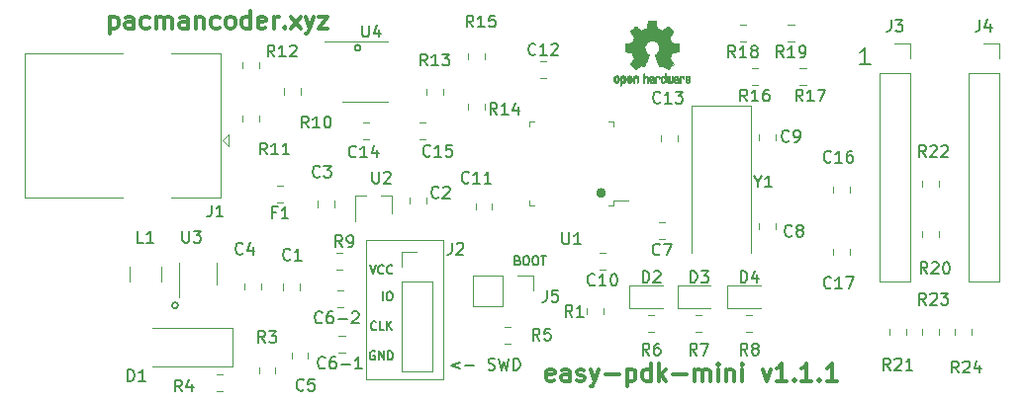
<source format=gbr>
%TF.GenerationSoftware,KiCad,Pcbnew,(5.1.6)-1*%
%TF.CreationDate,2020-09-24T00:50:10+03:00*%
%TF.ProjectId,freepdk,66726565-7064-46b2-9e6b-696361645f70,1.1.1*%
%TF.SameCoordinates,PX3c51298PY447eab0*%
%TF.FileFunction,Legend,Top*%
%TF.FilePolarity,Positive*%
%FSLAX46Y46*%
G04 Gerber Fmt 4.6, Leading zero omitted, Abs format (unit mm)*
G04 Created by KiCad (PCBNEW (5.1.6)-1) date 2020-09-24 00:50:10*
%MOMM*%
%LPD*%
G01*
G04 APERTURE LIST*
%ADD10C,0.200000*%
%ADD11C,0.300000*%
%ADD12C,0.150000*%
%ADD13C,0.120000*%
%ADD14C,0.010000*%
G04 APERTURE END LIST*
D10*
X7365000Y8830000D02*
G75*
G03*
X7365000Y8830000I-254000J0D01*
G01*
X22986000Y30928000D02*
G75*
G03*
X22986000Y30928000I-254000J0D01*
G01*
D11*
X43814000Y18482000D02*
G75*
G03*
X43814000Y18482000I-254000J0D01*
G01*
D10*
X66594571Y29487429D02*
X65737428Y29487429D01*
X66166000Y29487429D02*
X66166000Y30987429D01*
X66023142Y30773143D01*
X65880285Y30630286D01*
X65737428Y30558858D01*
D12*
X36446142Y12693572D02*
X36553285Y12657858D01*
X36589000Y12622143D01*
X36624714Y12550715D01*
X36624714Y12443572D01*
X36589000Y12372143D01*
X36553285Y12336429D01*
X36481857Y12300715D01*
X36196142Y12300715D01*
X36196142Y13050715D01*
X36446142Y13050715D01*
X36517571Y13015000D01*
X36553285Y12979286D01*
X36589000Y12907858D01*
X36589000Y12836429D01*
X36553285Y12765000D01*
X36517571Y12729286D01*
X36446142Y12693572D01*
X36196142Y12693572D01*
X37089000Y13050715D02*
X37231857Y13050715D01*
X37303285Y13015000D01*
X37374714Y12943572D01*
X37410428Y12800715D01*
X37410428Y12550715D01*
X37374714Y12407858D01*
X37303285Y12336429D01*
X37231857Y12300715D01*
X37089000Y12300715D01*
X37017571Y12336429D01*
X36946142Y12407858D01*
X36910428Y12550715D01*
X36910428Y12800715D01*
X36946142Y12943572D01*
X37017571Y13015000D01*
X37089000Y13050715D01*
X37874714Y13050715D02*
X38017571Y13050715D01*
X38089000Y13015000D01*
X38160428Y12943572D01*
X38196142Y12800715D01*
X38196142Y12550715D01*
X38160428Y12407858D01*
X38089000Y12336429D01*
X38017571Y12300715D01*
X37874714Y12300715D01*
X37803285Y12336429D01*
X37731857Y12407858D01*
X37696142Y12550715D01*
X37696142Y12800715D01*
X37731857Y12943572D01*
X37803285Y13015000D01*
X37874714Y13050715D01*
X38410428Y13050715D02*
X38839000Y13050715D01*
X38624714Y12300715D02*
X38624714Y13050715D01*
D13*
X30098000Y14418000D02*
X23494000Y14418000D01*
X30098000Y2480000D02*
X30098000Y14418000D01*
X23494000Y2480000D02*
X30098000Y2480000D01*
X23494000Y14418000D02*
X23494000Y2480000D01*
D12*
X24192571Y4887000D02*
X24121142Y4922715D01*
X24014000Y4922715D01*
X23906857Y4887000D01*
X23835428Y4815572D01*
X23799714Y4744143D01*
X23764000Y4601286D01*
X23764000Y4494143D01*
X23799714Y4351286D01*
X23835428Y4279858D01*
X23906857Y4208429D01*
X24014000Y4172715D01*
X24085428Y4172715D01*
X24192571Y4208429D01*
X24228285Y4244143D01*
X24228285Y4494143D01*
X24085428Y4494143D01*
X24549714Y4172715D02*
X24549714Y4922715D01*
X24978285Y4172715D01*
X24978285Y4922715D01*
X25335428Y4172715D02*
X25335428Y4922715D01*
X25514000Y4922715D01*
X25621142Y4887000D01*
X25692571Y4815572D01*
X25728285Y4744143D01*
X25764000Y4601286D01*
X25764000Y4494143D01*
X25728285Y4351286D01*
X25692571Y4279858D01*
X25621142Y4208429D01*
X25514000Y4172715D01*
X25335428Y4172715D01*
X24317571Y6784143D02*
X24281857Y6748429D01*
X24174714Y6712715D01*
X24103285Y6712715D01*
X23996142Y6748429D01*
X23924714Y6819858D01*
X23889000Y6891286D01*
X23853285Y7034143D01*
X23853285Y7141286D01*
X23889000Y7284143D01*
X23924714Y7355572D01*
X23996142Y7427000D01*
X24103285Y7462715D01*
X24174714Y7462715D01*
X24281857Y7427000D01*
X24317571Y7391286D01*
X24996142Y6712715D02*
X24639000Y6712715D01*
X24639000Y7462715D01*
X25246142Y6712715D02*
X25246142Y7462715D01*
X25674714Y6712715D02*
X25353285Y7141286D01*
X25674714Y7462715D02*
X25246142Y7034143D01*
X24879142Y9252715D02*
X24879142Y10002715D01*
X25379142Y10002715D02*
X25522000Y10002715D01*
X25593428Y9967000D01*
X25664857Y9895572D01*
X25700571Y9752715D01*
X25700571Y9502715D01*
X25664857Y9359858D01*
X25593428Y9288429D01*
X25522000Y9252715D01*
X25379142Y9252715D01*
X25307714Y9288429D01*
X25236285Y9359858D01*
X25200571Y9502715D01*
X25200571Y9752715D01*
X25236285Y9895572D01*
X25307714Y9967000D01*
X25379142Y10002715D01*
X23764000Y12288715D02*
X24014000Y11538715D01*
X24264000Y12288715D01*
X24942571Y11610143D02*
X24906857Y11574429D01*
X24799714Y11538715D01*
X24728285Y11538715D01*
X24621142Y11574429D01*
X24549714Y11645858D01*
X24514000Y11717286D01*
X24478285Y11860143D01*
X24478285Y11967286D01*
X24514000Y12110143D01*
X24549714Y12181572D01*
X24621142Y12253000D01*
X24728285Y12288715D01*
X24799714Y12288715D01*
X24906857Y12253000D01*
X24942571Y12217286D01*
X25692571Y11610143D02*
X25656857Y11574429D01*
X25549714Y11538715D01*
X25478285Y11538715D01*
X25371142Y11574429D01*
X25299714Y11645858D01*
X25264000Y11717286D01*
X25228285Y11860143D01*
X25228285Y11967286D01*
X25264000Y12110143D01*
X25299714Y12181572D01*
X25371142Y12253000D01*
X25478285Y12288715D01*
X25549714Y12288715D01*
X25656857Y12253000D01*
X25692571Y12217286D01*
X31487333Y3964286D02*
X30725428Y3678572D01*
X31487333Y3392858D01*
X31963523Y3678572D02*
X32725428Y3678572D01*
X33915904Y3345239D02*
X34058761Y3297620D01*
X34296857Y3297620D01*
X34392095Y3345239D01*
X34439714Y3392858D01*
X34487333Y3488096D01*
X34487333Y3583334D01*
X34439714Y3678572D01*
X34392095Y3726191D01*
X34296857Y3773810D01*
X34106380Y3821429D01*
X34011142Y3869048D01*
X33963523Y3916667D01*
X33915904Y4011905D01*
X33915904Y4107143D01*
X33963523Y4202381D01*
X34011142Y4250000D01*
X34106380Y4297620D01*
X34344476Y4297620D01*
X34487333Y4250000D01*
X34820666Y4297620D02*
X35058761Y3297620D01*
X35249238Y4011905D01*
X35439714Y3297620D01*
X35677809Y4297620D01*
X36058761Y3297620D02*
X36058761Y4297620D01*
X36296857Y4297620D01*
X36439714Y4250000D01*
X36534952Y4154762D01*
X36582571Y4059524D01*
X36630190Y3869048D01*
X36630190Y3726191D01*
X36582571Y3535715D01*
X36534952Y3440477D01*
X36439714Y3345239D01*
X36296857Y3297620D01*
X36058761Y3297620D01*
D11*
X39522285Y2440858D02*
X39379428Y2369429D01*
X39093714Y2369429D01*
X38950857Y2440858D01*
X38879428Y2583715D01*
X38879428Y3155143D01*
X38950857Y3298000D01*
X39093714Y3369429D01*
X39379428Y3369429D01*
X39522285Y3298000D01*
X39593714Y3155143D01*
X39593714Y3012286D01*
X38879428Y2869429D01*
X40879428Y2369429D02*
X40879428Y3155143D01*
X40808000Y3298000D01*
X40665142Y3369429D01*
X40379428Y3369429D01*
X40236571Y3298000D01*
X40879428Y2440858D02*
X40736571Y2369429D01*
X40379428Y2369429D01*
X40236571Y2440858D01*
X40165142Y2583715D01*
X40165142Y2726572D01*
X40236571Y2869429D01*
X40379428Y2940858D01*
X40736571Y2940858D01*
X40879428Y3012286D01*
X41522285Y2440858D02*
X41665142Y2369429D01*
X41950857Y2369429D01*
X42093714Y2440858D01*
X42165142Y2583715D01*
X42165142Y2655143D01*
X42093714Y2798000D01*
X41950857Y2869429D01*
X41736571Y2869429D01*
X41593714Y2940858D01*
X41522285Y3083715D01*
X41522285Y3155143D01*
X41593714Y3298000D01*
X41736571Y3369429D01*
X41950857Y3369429D01*
X42093714Y3298000D01*
X42665142Y3369429D02*
X43022285Y2369429D01*
X43379428Y3369429D02*
X43022285Y2369429D01*
X42879428Y2012286D01*
X42808000Y1940858D01*
X42665142Y1869429D01*
X43950857Y2940858D02*
X45093714Y2940858D01*
X45808000Y3369429D02*
X45808000Y1869429D01*
X45808000Y3298000D02*
X45950857Y3369429D01*
X46236571Y3369429D01*
X46379428Y3298000D01*
X46450857Y3226572D01*
X46522285Y3083715D01*
X46522285Y2655143D01*
X46450857Y2512286D01*
X46379428Y2440858D01*
X46236571Y2369429D01*
X45950857Y2369429D01*
X45808000Y2440858D01*
X47808000Y2369429D02*
X47808000Y3869429D01*
X47808000Y2440858D02*
X47665142Y2369429D01*
X47379428Y2369429D01*
X47236571Y2440858D01*
X47165142Y2512286D01*
X47093714Y2655143D01*
X47093714Y3083715D01*
X47165142Y3226572D01*
X47236571Y3298000D01*
X47379428Y3369429D01*
X47665142Y3369429D01*
X47808000Y3298000D01*
X48522285Y2369429D02*
X48522285Y3869429D01*
X48665142Y2940858D02*
X49093714Y2369429D01*
X49093714Y3369429D02*
X48522285Y2798000D01*
X49736571Y2940858D02*
X50879428Y2940858D01*
X51593714Y2369429D02*
X51593714Y3369429D01*
X51593714Y3226572D02*
X51665142Y3298000D01*
X51808000Y3369429D01*
X52022285Y3369429D01*
X52165142Y3298000D01*
X52236571Y3155143D01*
X52236571Y2369429D01*
X52236571Y3155143D02*
X52308000Y3298000D01*
X52450857Y3369429D01*
X52665142Y3369429D01*
X52808000Y3298000D01*
X52879428Y3155143D01*
X52879428Y2369429D01*
X53593714Y2369429D02*
X53593714Y3369429D01*
X53593714Y3869429D02*
X53522285Y3798000D01*
X53593714Y3726572D01*
X53665142Y3798000D01*
X53593714Y3869429D01*
X53593714Y3726572D01*
X54308000Y3369429D02*
X54308000Y2369429D01*
X54308000Y3226572D02*
X54379428Y3298000D01*
X54522285Y3369429D01*
X54736571Y3369429D01*
X54879428Y3298000D01*
X54950857Y3155143D01*
X54950857Y2369429D01*
X55665142Y2369429D02*
X55665142Y3369429D01*
X55665142Y3869429D02*
X55593714Y3798000D01*
X55665142Y3726572D01*
X55736571Y3798000D01*
X55665142Y3869429D01*
X55665142Y3726572D01*
X57379428Y3369429D02*
X57736571Y2369429D01*
X58093714Y3369429D01*
X59450857Y2369429D02*
X58593714Y2369429D01*
X59022285Y2369429D02*
X59022285Y3869429D01*
X58879428Y3655143D01*
X58736571Y3512286D01*
X58593714Y3440858D01*
X60093714Y2512286D02*
X60165142Y2440858D01*
X60093714Y2369429D01*
X60022285Y2440858D01*
X60093714Y2512286D01*
X60093714Y2369429D01*
X61593714Y2369429D02*
X60736571Y2369429D01*
X61165142Y2369429D02*
X61165142Y3869429D01*
X61022285Y3655143D01*
X60879428Y3512286D01*
X60736571Y3440858D01*
X62236571Y2512286D02*
X62308000Y2440858D01*
X62236571Y2369429D01*
X62165142Y2440858D01*
X62236571Y2512286D01*
X62236571Y2369429D01*
X63736571Y2369429D02*
X62879428Y2369429D01*
X63307999Y2369429D02*
X63307999Y3869429D01*
X63165142Y3655143D01*
X63022285Y3512286D01*
X62879428Y3440858D01*
X1544000Y33595429D02*
X1544000Y32095429D01*
X1544000Y33524000D02*
X1686857Y33595429D01*
X1972571Y33595429D01*
X2115428Y33524000D01*
X2186857Y33452572D01*
X2258285Y33309715D01*
X2258285Y32881143D01*
X2186857Y32738286D01*
X2115428Y32666858D01*
X1972571Y32595429D01*
X1686857Y32595429D01*
X1544000Y32666858D01*
X3544000Y32595429D02*
X3544000Y33381143D01*
X3472571Y33524000D01*
X3329714Y33595429D01*
X3044000Y33595429D01*
X2901142Y33524000D01*
X3544000Y32666858D02*
X3401142Y32595429D01*
X3044000Y32595429D01*
X2901142Y32666858D01*
X2829714Y32809715D01*
X2829714Y32952572D01*
X2901142Y33095429D01*
X3044000Y33166858D01*
X3401142Y33166858D01*
X3544000Y33238286D01*
X4901142Y32666858D02*
X4758285Y32595429D01*
X4472571Y32595429D01*
X4329714Y32666858D01*
X4258285Y32738286D01*
X4186857Y32881143D01*
X4186857Y33309715D01*
X4258285Y33452572D01*
X4329714Y33524000D01*
X4472571Y33595429D01*
X4758285Y33595429D01*
X4901142Y33524000D01*
X5544000Y32595429D02*
X5544000Y33595429D01*
X5544000Y33452572D02*
X5615428Y33524000D01*
X5758285Y33595429D01*
X5972571Y33595429D01*
X6115428Y33524000D01*
X6186857Y33381143D01*
X6186857Y32595429D01*
X6186857Y33381143D02*
X6258285Y33524000D01*
X6401142Y33595429D01*
X6615428Y33595429D01*
X6758285Y33524000D01*
X6829714Y33381143D01*
X6829714Y32595429D01*
X8186857Y32595429D02*
X8186857Y33381143D01*
X8115428Y33524000D01*
X7972571Y33595429D01*
X7686857Y33595429D01*
X7544000Y33524000D01*
X8186857Y32666858D02*
X8044000Y32595429D01*
X7686857Y32595429D01*
X7544000Y32666858D01*
X7472571Y32809715D01*
X7472571Y32952572D01*
X7544000Y33095429D01*
X7686857Y33166858D01*
X8044000Y33166858D01*
X8186857Y33238286D01*
X8901142Y33595429D02*
X8901142Y32595429D01*
X8901142Y33452572D02*
X8972571Y33524000D01*
X9115428Y33595429D01*
X9329714Y33595429D01*
X9472571Y33524000D01*
X9544000Y33381143D01*
X9544000Y32595429D01*
X10901142Y32666858D02*
X10758285Y32595429D01*
X10472571Y32595429D01*
X10329714Y32666858D01*
X10258285Y32738286D01*
X10186857Y32881143D01*
X10186857Y33309715D01*
X10258285Y33452572D01*
X10329714Y33524000D01*
X10472571Y33595429D01*
X10758285Y33595429D01*
X10901142Y33524000D01*
X11758285Y32595429D02*
X11615428Y32666858D01*
X11544000Y32738286D01*
X11472571Y32881143D01*
X11472571Y33309715D01*
X11544000Y33452572D01*
X11615428Y33524000D01*
X11758285Y33595429D01*
X11972571Y33595429D01*
X12115428Y33524000D01*
X12186857Y33452572D01*
X12258285Y33309715D01*
X12258285Y32881143D01*
X12186857Y32738286D01*
X12115428Y32666858D01*
X11972571Y32595429D01*
X11758285Y32595429D01*
X13544000Y32595429D02*
X13544000Y34095429D01*
X13544000Y32666858D02*
X13401142Y32595429D01*
X13115428Y32595429D01*
X12972571Y32666858D01*
X12901142Y32738286D01*
X12829714Y32881143D01*
X12829714Y33309715D01*
X12901142Y33452572D01*
X12972571Y33524000D01*
X13115428Y33595429D01*
X13401142Y33595429D01*
X13544000Y33524000D01*
X14829714Y32666858D02*
X14686857Y32595429D01*
X14401142Y32595429D01*
X14258285Y32666858D01*
X14186857Y32809715D01*
X14186857Y33381143D01*
X14258285Y33524000D01*
X14401142Y33595429D01*
X14686857Y33595429D01*
X14829714Y33524000D01*
X14901142Y33381143D01*
X14901142Y33238286D01*
X14186857Y33095429D01*
X15544000Y32595429D02*
X15544000Y33595429D01*
X15544000Y33309715D02*
X15615428Y33452572D01*
X15686857Y33524000D01*
X15829714Y33595429D01*
X15972571Y33595429D01*
X16472571Y32738286D02*
X16544000Y32666858D01*
X16472571Y32595429D01*
X16401142Y32666858D01*
X16472571Y32738286D01*
X16472571Y32595429D01*
X17044000Y32595429D02*
X17829714Y33595429D01*
X17044000Y33595429D02*
X17829714Y32595429D01*
X18258285Y33595429D02*
X18615428Y32595429D01*
X18972571Y33595429D02*
X18615428Y32595429D01*
X18472571Y32238286D01*
X18401142Y32166858D01*
X18258285Y32095429D01*
X19401142Y33595429D02*
X20186857Y33595429D01*
X19401142Y32595429D01*
X20186857Y32595429D01*
D14*
%TO.C,*%
G36*
X45504514Y28540299D02*
G01*
X45559971Y28512649D01*
X45608918Y28461737D01*
X45622399Y28442879D01*
X45637084Y28418202D01*
X45646612Y28391401D01*
X45652063Y28355630D01*
X45654517Y28304048D01*
X45655056Y28235950D01*
X45652622Y28142629D01*
X45644164Y28072560D01*
X45627944Y28020286D01*
X45602224Y27980348D01*
X45565267Y27947288D01*
X45562552Y27945331D01*
X45526130Y27925309D01*
X45482272Y27915402D01*
X45426494Y27912960D01*
X45335818Y27912960D01*
X45335780Y27824934D01*
X45334936Y27775909D01*
X45329794Y27747152D01*
X45316357Y27729906D01*
X45290628Y27715409D01*
X45284449Y27712448D01*
X45255534Y27698569D01*
X45233146Y27689803D01*
X45216499Y27689046D01*
X45204806Y27699194D01*
X45197280Y27723144D01*
X45193136Y27763791D01*
X45191585Y27824031D01*
X45191841Y27906762D01*
X45193119Y28014878D01*
X45193518Y28047217D01*
X45194955Y28158693D01*
X45196242Y28231614D01*
X45335741Y28231614D01*
X45336525Y28169718D01*
X45340010Y28129220D01*
X45347894Y28102509D01*
X45361875Y28081973D01*
X45371367Y28071957D01*
X45410174Y28042650D01*
X45444533Y28040265D01*
X45479986Y28064467D01*
X45480884Y28065360D01*
X45495309Y28084064D01*
X45504083Y28109485D01*
X45508509Y28148633D01*
X45509888Y28208520D01*
X45509913Y28221787D01*
X45506582Y28304316D01*
X45495739Y28361526D01*
X45476110Y28396451D01*
X45446420Y28412123D01*
X45429261Y28413703D01*
X45388536Y28406291D01*
X45360602Y28381887D01*
X45343787Y28337237D01*
X45336420Y28269087D01*
X45335741Y28231614D01*
X45196242Y28231614D01*
X45196478Y28244972D01*
X45198447Y28309884D01*
X45201220Y28357259D01*
X45205158Y28390927D01*
X45210619Y28414719D01*
X45217962Y28432464D01*
X45227547Y28447993D01*
X45231657Y28453836D01*
X45286175Y28509032D01*
X45355106Y28540327D01*
X45434842Y28549052D01*
X45504514Y28540299D01*
G37*
X45504514Y28540299D02*
X45559971Y28512649D01*
X45608918Y28461737D01*
X45622399Y28442879D01*
X45637084Y28418202D01*
X45646612Y28391401D01*
X45652063Y28355630D01*
X45654517Y28304048D01*
X45655056Y28235950D01*
X45652622Y28142629D01*
X45644164Y28072560D01*
X45627944Y28020286D01*
X45602224Y27980348D01*
X45565267Y27947288D01*
X45562552Y27945331D01*
X45526130Y27925309D01*
X45482272Y27915402D01*
X45426494Y27912960D01*
X45335818Y27912960D01*
X45335780Y27824934D01*
X45334936Y27775909D01*
X45329794Y27747152D01*
X45316357Y27729906D01*
X45290628Y27715409D01*
X45284449Y27712448D01*
X45255534Y27698569D01*
X45233146Y27689803D01*
X45216499Y27689046D01*
X45204806Y27699194D01*
X45197280Y27723144D01*
X45193136Y27763791D01*
X45191585Y27824031D01*
X45191841Y27906762D01*
X45193119Y28014878D01*
X45193518Y28047217D01*
X45194955Y28158693D01*
X45196242Y28231614D01*
X45335741Y28231614D01*
X45336525Y28169718D01*
X45340010Y28129220D01*
X45347894Y28102509D01*
X45361875Y28081973D01*
X45371367Y28071957D01*
X45410174Y28042650D01*
X45444533Y28040265D01*
X45479986Y28064467D01*
X45480884Y28065360D01*
X45495309Y28084064D01*
X45504083Y28109485D01*
X45508509Y28148633D01*
X45509888Y28208520D01*
X45509913Y28221787D01*
X45506582Y28304316D01*
X45495739Y28361526D01*
X45476110Y28396451D01*
X45446420Y28412123D01*
X45429261Y28413703D01*
X45388536Y28406291D01*
X45360602Y28381887D01*
X45343787Y28337237D01*
X45336420Y28269087D01*
X45335741Y28231614D01*
X45196242Y28231614D01*
X45196478Y28244972D01*
X45198447Y28309884D01*
X45201220Y28357259D01*
X45205158Y28390927D01*
X45210619Y28414719D01*
X45217962Y28432464D01*
X45227547Y28447993D01*
X45231657Y28453836D01*
X45286175Y28509032D01*
X45355106Y28540327D01*
X45434842Y28549052D01*
X45504514Y28540299D01*
G36*
X46620863Y28532437D02*
G01*
X46667442Y28505494D01*
X46699827Y28478751D01*
X46723512Y28450733D01*
X46739829Y28416469D01*
X46750109Y28370990D01*
X46755684Y28309325D01*
X46757886Y28226506D01*
X46758141Y28166971D01*
X46758141Y27947826D01*
X46696456Y27920173D01*
X46634770Y27892520D01*
X46627513Y28132547D01*
X46624514Y28222189D01*
X46621368Y28287255D01*
X46617471Y28332191D01*
X46612217Y28361447D01*
X46605001Y28379469D01*
X46595220Y28390706D01*
X46592082Y28393138D01*
X46544531Y28412134D01*
X46496467Y28404617D01*
X46467856Y28384674D01*
X46456217Y28370542D01*
X46448161Y28351997D01*
X46443041Y28323883D01*
X46440211Y28281044D01*
X46439026Y28218322D01*
X46438827Y28152956D01*
X46438788Y28070949D01*
X46437384Y28012901D01*
X46432684Y27973752D01*
X46422757Y27948437D01*
X46405673Y27931894D01*
X46379502Y27919061D01*
X46344545Y27905726D01*
X46306366Y27891210D01*
X46310911Y28148828D01*
X46312741Y28241698D01*
X46314882Y28310328D01*
X46317951Y28359506D01*
X46322564Y28394019D01*
X46329338Y28418655D01*
X46338889Y28438201D01*
X46350404Y28455447D01*
X46405960Y28510537D01*
X46473750Y28542395D01*
X46547483Y28550026D01*
X46620863Y28532437D01*
G37*
X46620863Y28532437D02*
X46667442Y28505494D01*
X46699827Y28478751D01*
X46723512Y28450733D01*
X46739829Y28416469D01*
X46750109Y28370990D01*
X46755684Y28309325D01*
X46757886Y28226506D01*
X46758141Y28166971D01*
X46758141Y27947826D01*
X46696456Y27920173D01*
X46634770Y27892520D01*
X46627513Y28132547D01*
X46624514Y28222189D01*
X46621368Y28287255D01*
X46617471Y28332191D01*
X46612217Y28361447D01*
X46605001Y28379469D01*
X46595220Y28390706D01*
X46592082Y28393138D01*
X46544531Y28412134D01*
X46496467Y28404617D01*
X46467856Y28384674D01*
X46456217Y28370542D01*
X46448161Y28351997D01*
X46443041Y28323883D01*
X46440211Y28281044D01*
X46439026Y28218322D01*
X46438827Y28152956D01*
X46438788Y28070949D01*
X46437384Y28012901D01*
X46432684Y27973752D01*
X46422757Y27948437D01*
X46405673Y27931894D01*
X46379502Y27919061D01*
X46344545Y27905726D01*
X46306366Y27891210D01*
X46310911Y28148828D01*
X46312741Y28241698D01*
X46314882Y28310328D01*
X46317951Y28359506D01*
X46322564Y28394019D01*
X46329338Y28418655D01*
X46338889Y28438201D01*
X46350404Y28455447D01*
X46405960Y28510537D01*
X46473750Y28542395D01*
X46547483Y28550026D01*
X46620863Y28532437D01*
G36*
X44945885Y28538255D02*
G01*
X45013915Y28502484D01*
X45064121Y28444916D01*
X45081955Y28407905D01*
X45095833Y28352335D01*
X45102937Y28282121D01*
X45103610Y28205490D01*
X45098197Y28130665D01*
X45087040Y28065875D01*
X45070484Y28019344D01*
X45065396Y28011330D01*
X45005125Y27951510D01*
X44933539Y27915682D01*
X44855862Y27905197D01*
X44777318Y27921407D01*
X44755459Y27931125D01*
X44712892Y27961074D01*
X44675533Y28000784D01*
X44672002Y28005820D01*
X44657651Y28030093D01*
X44648164Y28056039D01*
X44642560Y28090195D01*
X44639856Y28139098D01*
X44639069Y28209282D01*
X44639056Y28225017D01*
X44639092Y28230025D01*
X44784199Y28230025D01*
X44785043Y28163787D01*
X44788366Y28119831D01*
X44795353Y28091438D01*
X44807186Y28071892D01*
X44813227Y28065360D01*
X44847956Y28040537D01*
X44881673Y28041669D01*
X44915765Y28063201D01*
X44936099Y28086188D01*
X44948141Y28119739D01*
X44954904Y28172648D01*
X44955368Y28178818D01*
X44956522Y28274704D01*
X44944458Y28345918D01*
X44919340Y28392023D01*
X44881330Y28412582D01*
X44867762Y28413703D01*
X44832134Y28408065D01*
X44807764Y28388531D01*
X44792863Y28351175D01*
X44785645Y28292067D01*
X44784199Y28230025D01*
X44639092Y28230025D01*
X44639596Y28299804D01*
X44641866Y28352058D01*
X44646838Y28388268D01*
X44655483Y28414918D01*
X44668775Y28438495D01*
X44671713Y28442879D01*
X44721083Y28501968D01*
X44774879Y28536270D01*
X44840372Y28549886D01*
X44862612Y28550552D01*
X44945885Y28538255D01*
G37*
X44945885Y28538255D02*
X45013915Y28502484D01*
X45064121Y28444916D01*
X45081955Y28407905D01*
X45095833Y28352335D01*
X45102937Y28282121D01*
X45103610Y28205490D01*
X45098197Y28130665D01*
X45087040Y28065875D01*
X45070484Y28019344D01*
X45065396Y28011330D01*
X45005125Y27951510D01*
X44933539Y27915682D01*
X44855862Y27905197D01*
X44777318Y27921407D01*
X44755459Y27931125D01*
X44712892Y27961074D01*
X44675533Y28000784D01*
X44672002Y28005820D01*
X44657651Y28030093D01*
X44648164Y28056039D01*
X44642560Y28090195D01*
X44639856Y28139098D01*
X44639069Y28209282D01*
X44639056Y28225017D01*
X44639092Y28230025D01*
X44784199Y28230025D01*
X44785043Y28163787D01*
X44788366Y28119831D01*
X44795353Y28091438D01*
X44807186Y28071892D01*
X44813227Y28065360D01*
X44847956Y28040537D01*
X44881673Y28041669D01*
X44915765Y28063201D01*
X44936099Y28086188D01*
X44948141Y28119739D01*
X44954904Y28172648D01*
X44955368Y28178818D01*
X44956522Y28274704D01*
X44944458Y28345918D01*
X44919340Y28392023D01*
X44881330Y28412582D01*
X44867762Y28413703D01*
X44832134Y28408065D01*
X44807764Y28388531D01*
X44792863Y28351175D01*
X44785645Y28292067D01*
X44784199Y28230025D01*
X44639092Y28230025D01*
X44639596Y28299804D01*
X44641866Y28352058D01*
X44646838Y28388268D01*
X44655483Y28414918D01*
X44668775Y28438495D01*
X44671713Y28442879D01*
X44721083Y28501968D01*
X44774879Y28536270D01*
X44840372Y28549886D01*
X44862612Y28550552D01*
X44945885Y28538255D01*
G36*
X46073073Y28528978D02*
G01*
X46130297Y28490482D01*
X46174519Y28434882D01*
X46200937Y28364131D01*
X46206280Y28312055D01*
X46205673Y28290324D01*
X46200592Y28273686D01*
X46186625Y28258780D01*
X46159359Y28242244D01*
X46114382Y28220719D01*
X46047281Y28190843D01*
X46046941Y28190693D01*
X45985177Y28162404D01*
X45934529Y28137284D01*
X45900174Y28118038D01*
X45887288Y28107369D01*
X45887284Y28107283D01*
X45898642Y28084051D01*
X45925201Y28058443D01*
X45955693Y28039996D01*
X45971140Y28036331D01*
X46013285Y28049005D01*
X46049578Y28080746D01*
X46067287Y28115645D01*
X46084322Y28141372D01*
X46117692Y28170671D01*
X46156919Y28195982D01*
X46191526Y28209746D01*
X46198763Y28210503D01*
X46206909Y28198057D01*
X46207400Y28166245D01*
X46201413Y28123351D01*
X46190127Y28077659D01*
X46174720Y28037456D01*
X46173941Y28035895D01*
X46127574Y27971155D01*
X46067481Y27927120D01*
X45999235Y27905506D01*
X45928408Y27908032D01*
X45860574Y27936413D01*
X45857558Y27938409D01*
X45804197Y27986769D01*
X45769110Y28049865D01*
X45749692Y28132830D01*
X45747086Y28156139D01*
X45742471Y28266162D01*
X45748003Y28317469D01*
X45887284Y28317469D01*
X45889094Y28285464D01*
X45898992Y28276124D01*
X45923668Y28283112D01*
X45962565Y28299630D01*
X46006045Y28320336D01*
X46007126Y28320884D01*
X46043979Y28340268D01*
X46058770Y28353204D01*
X46055123Y28366766D01*
X46039765Y28384585D01*
X46000693Y28410372D01*
X45958616Y28412267D01*
X45920873Y28393500D01*
X45894804Y28357302D01*
X45887284Y28317469D01*
X45748003Y28317469D01*
X45751964Y28354190D01*
X45776320Y28424005D01*
X45810226Y28472915D01*
X45871423Y28522339D01*
X45938833Y28546858D01*
X46007650Y28548420D01*
X46073073Y28528978D01*
G37*
X46073073Y28528978D02*
X46130297Y28490482D01*
X46174519Y28434882D01*
X46200937Y28364131D01*
X46206280Y28312055D01*
X46205673Y28290324D01*
X46200592Y28273686D01*
X46186625Y28258780D01*
X46159359Y28242244D01*
X46114382Y28220719D01*
X46047281Y28190843D01*
X46046941Y28190693D01*
X45985177Y28162404D01*
X45934529Y28137284D01*
X45900174Y28118038D01*
X45887288Y28107369D01*
X45887284Y28107283D01*
X45898642Y28084051D01*
X45925201Y28058443D01*
X45955693Y28039996D01*
X45971140Y28036331D01*
X46013285Y28049005D01*
X46049578Y28080746D01*
X46067287Y28115645D01*
X46084322Y28141372D01*
X46117692Y28170671D01*
X46156919Y28195982D01*
X46191526Y28209746D01*
X46198763Y28210503D01*
X46206909Y28198057D01*
X46207400Y28166245D01*
X46201413Y28123351D01*
X46190127Y28077659D01*
X46174720Y28037456D01*
X46173941Y28035895D01*
X46127574Y27971155D01*
X46067481Y27927120D01*
X45999235Y27905506D01*
X45928408Y27908032D01*
X45860574Y27936413D01*
X45857558Y27938409D01*
X45804197Y27986769D01*
X45769110Y28049865D01*
X45749692Y28132830D01*
X45747086Y28156139D01*
X45742471Y28266162D01*
X45748003Y28317469D01*
X45887284Y28317469D01*
X45889094Y28285464D01*
X45898992Y28276124D01*
X45923668Y28283112D01*
X45962565Y28299630D01*
X46006045Y28320336D01*
X46007126Y28320884D01*
X46043979Y28340268D01*
X46058770Y28353204D01*
X46055123Y28366766D01*
X46039765Y28384585D01*
X46000693Y28410372D01*
X45958616Y28412267D01*
X45920873Y28393500D01*
X45894804Y28357302D01*
X45887284Y28317469D01*
X45748003Y28317469D01*
X45751964Y28354190D01*
X45776320Y28424005D01*
X45810226Y28472915D01*
X45871423Y28522339D01*
X45938833Y28546858D01*
X46007650Y28548420D01*
X46073073Y28528978D01*
G36*
X47280656Y28608928D02*
G01*
X47284909Y28549604D01*
X47289795Y28514645D01*
X47296565Y28499397D01*
X47306472Y28499202D01*
X47309684Y28501022D01*
X47352414Y28514202D01*
X47407997Y28513432D01*
X47464507Y28499884D01*
X47499852Y28482356D01*
X47536091Y28454356D01*
X47562583Y28422668D01*
X47580769Y28382404D01*
X47592092Y28328674D01*
X47597992Y28256591D01*
X47599913Y28161266D01*
X47599947Y28142980D01*
X47599970Y27937571D01*
X47554261Y27921637D01*
X47521797Y27910797D01*
X47503985Y27905749D01*
X47503461Y27905703D01*
X47501707Y27919389D01*
X47500214Y27957141D01*
X47499096Y28013993D01*
X47498467Y28084983D01*
X47498370Y28128144D01*
X47498168Y28213244D01*
X47497128Y28274236D01*
X47494601Y28316040D01*
X47489934Y28343575D01*
X47482477Y28361761D01*
X47471581Y28375519D01*
X47464777Y28382144D01*
X47418042Y28408842D01*
X47367042Y28410842D01*
X47320771Y28388262D01*
X47312214Y28380110D01*
X47299663Y28364781D01*
X47290958Y28346599D01*
X47285401Y28320308D01*
X47282296Y28280655D01*
X47280946Y28222385D01*
X47280656Y28142044D01*
X47280656Y27937571D01*
X47234947Y27921637D01*
X47202483Y27910797D01*
X47184671Y27905749D01*
X47184147Y27905703D01*
X47182807Y27919594D01*
X47181598Y27958778D01*
X47180571Y28019517D01*
X47179772Y28098076D01*
X47179251Y28190719D01*
X47179056Y28293708D01*
X47179056Y28690875D01*
X47226227Y28710773D01*
X47273399Y28730670D01*
X47280656Y28608928D01*
G37*
X47280656Y28608928D02*
X47284909Y28549604D01*
X47289795Y28514645D01*
X47296565Y28499397D01*
X47306472Y28499202D01*
X47309684Y28501022D01*
X47352414Y28514202D01*
X47407997Y28513432D01*
X47464507Y28499884D01*
X47499852Y28482356D01*
X47536091Y28454356D01*
X47562583Y28422668D01*
X47580769Y28382404D01*
X47592092Y28328674D01*
X47597992Y28256591D01*
X47599913Y28161266D01*
X47599947Y28142980D01*
X47599970Y27937571D01*
X47554261Y27921637D01*
X47521797Y27910797D01*
X47503985Y27905749D01*
X47503461Y27905703D01*
X47501707Y27919389D01*
X47500214Y27957141D01*
X47499096Y28013993D01*
X47498467Y28084983D01*
X47498370Y28128144D01*
X47498168Y28213244D01*
X47497128Y28274236D01*
X47494601Y28316040D01*
X47489934Y28343575D01*
X47482477Y28361761D01*
X47471581Y28375519D01*
X47464777Y28382144D01*
X47418042Y28408842D01*
X47367042Y28410842D01*
X47320771Y28388262D01*
X47312214Y28380110D01*
X47299663Y28364781D01*
X47290958Y28346599D01*
X47285401Y28320308D01*
X47282296Y28280655D01*
X47280946Y28222385D01*
X47280656Y28142044D01*
X47280656Y27937571D01*
X47234947Y27921637D01*
X47202483Y27910797D01*
X47184671Y27905749D01*
X47184147Y27905703D01*
X47182807Y27919594D01*
X47181598Y27958778D01*
X47180571Y28019517D01*
X47179772Y28098076D01*
X47179251Y28190719D01*
X47179056Y28293708D01*
X47179056Y28690875D01*
X47226227Y28710773D01*
X47273399Y28730670D01*
X47280656Y28608928D01*
G36*
X47944514Y28509249D02*
G01*
X48001386Y28488130D01*
X48002037Y28487724D01*
X48037210Y28461837D01*
X48063177Y28431584D01*
X48081440Y28392159D01*
X48093502Y28338755D01*
X48100866Y28266566D01*
X48105034Y28170785D01*
X48105399Y28157139D01*
X48110646Y27951375D01*
X48066486Y27928539D01*
X48034533Y27913107D01*
X48015240Y27905794D01*
X48014348Y27905703D01*
X48011009Y27919195D01*
X48008357Y27955591D01*
X48006726Y28008765D01*
X48006370Y28051824D01*
X48006362Y28121576D01*
X48003173Y28165380D01*
X47992058Y28186273D01*
X47968271Y28187292D01*
X47927066Y28171476D01*
X47864856Y28142402D01*
X47819111Y28118254D01*
X47795583Y28097304D01*
X47788666Y28074470D01*
X47788656Y28073340D01*
X47800069Y28034005D01*
X47833862Y28012755D01*
X47885579Y28009678D01*
X47922831Y28010211D01*
X47942473Y27999482D01*
X47954722Y27973712D01*
X47961772Y27940880D01*
X47951612Y27922251D01*
X47947787Y27919585D01*
X47911771Y27908877D01*
X47861336Y27907361D01*
X47809396Y27914458D01*
X47772592Y27927429D01*
X47721708Y27970632D01*
X47692784Y28030771D01*
X47687056Y28077755D01*
X47691427Y28120135D01*
X47707245Y28154729D01*
X47738567Y28185454D01*
X47789448Y28216227D01*
X47863946Y28250965D01*
X47868484Y28252929D01*
X47935591Y28283930D01*
X47977002Y28309355D01*
X47994751Y28332203D01*
X47990877Y28355472D01*
X47967413Y28382161D01*
X47960397Y28388303D01*
X47913400Y28412117D01*
X47864703Y28411114D01*
X47822292Y28387766D01*
X47794154Y28344542D01*
X47791539Y28336057D01*
X47766078Y28294909D01*
X47733771Y28275089D01*
X47687056Y28255447D01*
X47687056Y28306267D01*
X47701266Y28380135D01*
X47743445Y28447890D01*
X47765394Y28470556D01*
X47815287Y28499648D01*
X47878737Y28512817D01*
X47944514Y28509249D01*
G37*
X47944514Y28509249D02*
X48001386Y28488130D01*
X48002037Y28487724D01*
X48037210Y28461837D01*
X48063177Y28431584D01*
X48081440Y28392159D01*
X48093502Y28338755D01*
X48100866Y28266566D01*
X48105034Y28170785D01*
X48105399Y28157139D01*
X48110646Y27951375D01*
X48066486Y27928539D01*
X48034533Y27913107D01*
X48015240Y27905794D01*
X48014348Y27905703D01*
X48011009Y27919195D01*
X48008357Y27955591D01*
X48006726Y28008765D01*
X48006370Y28051824D01*
X48006362Y28121576D01*
X48003173Y28165380D01*
X47992058Y28186273D01*
X47968271Y28187292D01*
X47927066Y28171476D01*
X47864856Y28142402D01*
X47819111Y28118254D01*
X47795583Y28097304D01*
X47788666Y28074470D01*
X47788656Y28073340D01*
X47800069Y28034005D01*
X47833862Y28012755D01*
X47885579Y28009678D01*
X47922831Y28010211D01*
X47942473Y27999482D01*
X47954722Y27973712D01*
X47961772Y27940880D01*
X47951612Y27922251D01*
X47947787Y27919585D01*
X47911771Y27908877D01*
X47861336Y27907361D01*
X47809396Y27914458D01*
X47772592Y27927429D01*
X47721708Y27970632D01*
X47692784Y28030771D01*
X47687056Y28077755D01*
X47691427Y28120135D01*
X47707245Y28154729D01*
X47738567Y28185454D01*
X47789448Y28216227D01*
X47863946Y28250965D01*
X47868484Y28252929D01*
X47935591Y28283930D01*
X47977002Y28309355D01*
X47994751Y28332203D01*
X47990877Y28355472D01*
X47967413Y28382161D01*
X47960397Y28388303D01*
X47913400Y28412117D01*
X47864703Y28411114D01*
X47822292Y28387766D01*
X47794154Y28344542D01*
X47791539Y28336057D01*
X47766078Y28294909D01*
X47733771Y28275089D01*
X47687056Y28255447D01*
X47687056Y28306267D01*
X47701266Y28380135D01*
X47743445Y28447890D01*
X47765394Y28470556D01*
X47815287Y28499648D01*
X47878737Y28512817D01*
X47944514Y28509249D01*
G36*
X48434696Y28510462D02*
G01*
X48500628Y28486133D01*
X48554043Y28443100D01*
X48574934Y28412808D01*
X48597709Y28357223D01*
X48597236Y28317031D01*
X48573332Y28290000D01*
X48564487Y28285404D01*
X48526300Y28271073D01*
X48506798Y28274745D01*
X48500192Y28298810D01*
X48499856Y28312103D01*
X48487762Y28361007D01*
X48456241Y28395218D01*
X48412429Y28411741D01*
X48363465Y28407583D01*
X48323664Y28385990D01*
X48310220Y28373673D01*
X48300691Y28358730D01*
X48294255Y28336142D01*
X48290087Y28300889D01*
X48287367Y28247951D01*
X48285272Y28172310D01*
X48284730Y28148360D01*
X48282751Y28066427D01*
X48280501Y28008762D01*
X48277127Y27970609D01*
X48271776Y27947213D01*
X48263594Y27933819D01*
X48251729Y27925672D01*
X48244132Y27922073D01*
X48211872Y27909765D01*
X48192881Y27905703D01*
X48186606Y27919269D01*
X48182776Y27960283D01*
X48181370Y28029218D01*
X48182368Y28126548D01*
X48182678Y28141560D01*
X48184871Y28230358D01*
X48187463Y28295198D01*
X48191152Y28341150D01*
X48196634Y28373282D01*
X48204605Y28396664D01*
X48215763Y28416365D01*
X48221600Y28424807D01*
X48255066Y28462160D01*
X48292497Y28491214D01*
X48297079Y28493750D01*
X48364196Y28513774D01*
X48434696Y28510462D01*
G37*
X48434696Y28510462D02*
X48500628Y28486133D01*
X48554043Y28443100D01*
X48574934Y28412808D01*
X48597709Y28357223D01*
X48597236Y28317031D01*
X48573332Y28290000D01*
X48564487Y28285404D01*
X48526300Y28271073D01*
X48506798Y28274745D01*
X48500192Y28298810D01*
X48499856Y28312103D01*
X48487762Y28361007D01*
X48456241Y28395218D01*
X48412429Y28411741D01*
X48363465Y28407583D01*
X48323664Y28385990D01*
X48310220Y28373673D01*
X48300691Y28358730D01*
X48294255Y28336142D01*
X48290087Y28300889D01*
X48287367Y28247951D01*
X48285272Y28172310D01*
X48284730Y28148360D01*
X48282751Y28066427D01*
X48280501Y28008762D01*
X48277127Y27970609D01*
X48271776Y27947213D01*
X48263594Y27933819D01*
X48251729Y27925672D01*
X48244132Y27922073D01*
X48211872Y27909765D01*
X48192881Y27905703D01*
X48186606Y27919269D01*
X48182776Y27960283D01*
X48181370Y28029218D01*
X48182368Y28126548D01*
X48182678Y28141560D01*
X48184871Y28230358D01*
X48187463Y28295198D01*
X48191152Y28341150D01*
X48196634Y28373282D01*
X48204605Y28396664D01*
X48215763Y28416365D01*
X48221600Y28424807D01*
X48255066Y28462160D01*
X48292497Y28491214D01*
X48297079Y28493750D01*
X48364196Y28513774D01*
X48434696Y28510462D01*
G36*
X49094887Y28394859D02*
G01*
X49094703Y28286380D01*
X49093989Y28202930D01*
X49092445Y28140513D01*
X49089771Y28095132D01*
X49085664Y28062788D01*
X49079825Y28039484D01*
X49071952Y28021222D01*
X49065991Y28010799D01*
X49016625Y27954272D01*
X48954034Y27918840D01*
X48884783Y27906127D01*
X48815438Y27917754D01*
X48774145Y27938649D01*
X48730795Y27974795D01*
X48701251Y28018941D01*
X48683425Y28076755D01*
X48675233Y28153904D01*
X48674072Y28210503D01*
X48674228Y28214570D01*
X48775627Y28214570D01*
X48776246Y28149667D01*
X48779084Y28106703D01*
X48785610Y28078595D01*
X48797293Y28058264D01*
X48811253Y28042929D01*
X48858135Y28013327D01*
X48908471Y28010798D01*
X48956046Y28035512D01*
X48959749Y28038861D01*
X48975553Y28056282D01*
X48985463Y28077008D01*
X48990828Y28107855D01*
X48992998Y28155640D01*
X48993341Y28208469D01*
X48992597Y28274836D01*
X48989518Y28319111D01*
X48982831Y28348208D01*
X48971266Y28369044D01*
X48961783Y28380110D01*
X48917730Y28408019D01*
X48866994Y28411374D01*
X48818566Y28390058D01*
X48809220Y28382144D01*
X48793310Y28364570D01*
X48783380Y28343630D01*
X48778048Y28312435D01*
X48775933Y28264095D01*
X48775627Y28214570D01*
X48674228Y28214570D01*
X48677580Y28301649D01*
X48689496Y28370131D01*
X48711905Y28421617D01*
X48746894Y28461774D01*
X48774145Y28482356D01*
X48823677Y28504592D01*
X48881086Y28514913D01*
X48934452Y28512150D01*
X48964313Y28501005D01*
X48976031Y28497834D01*
X48983807Y28509660D01*
X48989235Y28541351D01*
X48993341Y28589624D01*
X48997837Y28643388D01*
X49004083Y28675735D01*
X49015446Y28694232D01*
X49035298Y28706447D01*
X49047770Y28711855D01*
X49094941Y28731616D01*
X49094887Y28394859D01*
G37*
X49094887Y28394859D02*
X49094703Y28286380D01*
X49093989Y28202930D01*
X49092445Y28140513D01*
X49089771Y28095132D01*
X49085664Y28062788D01*
X49079825Y28039484D01*
X49071952Y28021222D01*
X49065991Y28010799D01*
X49016625Y27954272D01*
X48954034Y27918840D01*
X48884783Y27906127D01*
X48815438Y27917754D01*
X48774145Y27938649D01*
X48730795Y27974795D01*
X48701251Y28018941D01*
X48683425Y28076755D01*
X48675233Y28153904D01*
X48674072Y28210503D01*
X48674228Y28214570D01*
X48775627Y28214570D01*
X48776246Y28149667D01*
X48779084Y28106703D01*
X48785610Y28078595D01*
X48797293Y28058264D01*
X48811253Y28042929D01*
X48858135Y28013327D01*
X48908471Y28010798D01*
X48956046Y28035512D01*
X48959749Y28038861D01*
X48975553Y28056282D01*
X48985463Y28077008D01*
X48990828Y28107855D01*
X48992998Y28155640D01*
X48993341Y28208469D01*
X48992597Y28274836D01*
X48989518Y28319111D01*
X48982831Y28348208D01*
X48971266Y28369044D01*
X48961783Y28380110D01*
X48917730Y28408019D01*
X48866994Y28411374D01*
X48818566Y28390058D01*
X48809220Y28382144D01*
X48793310Y28364570D01*
X48783380Y28343630D01*
X48778048Y28312435D01*
X48775933Y28264095D01*
X48775627Y28214570D01*
X48674228Y28214570D01*
X48677580Y28301649D01*
X48689496Y28370131D01*
X48711905Y28421617D01*
X48746894Y28461774D01*
X48774145Y28482356D01*
X48823677Y28504592D01*
X48881086Y28514913D01*
X48934452Y28512150D01*
X48964313Y28501005D01*
X48976031Y28497834D01*
X48983807Y28509660D01*
X48989235Y28541351D01*
X48993341Y28589624D01*
X48997837Y28643388D01*
X49004083Y28675735D01*
X49015446Y28694232D01*
X49035298Y28706447D01*
X49047770Y28711855D01*
X49094941Y28731616D01*
X49094887Y28394859D01*
G36*
X49684603Y28501554D02*
G01*
X49686818Y28463367D01*
X49688554Y28405331D01*
X49689669Y28332037D01*
X49690027Y28255162D01*
X49690027Y27995021D01*
X49644096Y27949090D01*
X49612445Y27920788D01*
X49584660Y27909324D01*
X49546685Y27910049D01*
X49531610Y27911896D01*
X49484496Y27917269D01*
X49445526Y27920348D01*
X49436027Y27920632D01*
X49404003Y27918772D01*
X49358202Y27914103D01*
X49340444Y27911896D01*
X49296827Y27908482D01*
X49267515Y27915897D01*
X49238450Y27938790D01*
X49227958Y27949090D01*
X49182027Y27995021D01*
X49182027Y28481615D01*
X49218996Y28498459D01*
X49250829Y28510935D01*
X49269453Y28515303D01*
X49274228Y28501499D01*
X49278691Y28462931D01*
X49282545Y28403861D01*
X49285492Y28328554D01*
X49286913Y28264931D01*
X49290884Y28014560D01*
X49325529Y28009661D01*
X49357038Y28013086D01*
X49372478Y28024176D01*
X49376793Y28044909D01*
X49380478Y28089072D01*
X49383239Y28151071D01*
X49384782Y28225308D01*
X49385005Y28263511D01*
X49385227Y28483434D01*
X49430936Y28499368D01*
X49463288Y28510202D01*
X49480885Y28515255D01*
X49481393Y28515303D01*
X49483158Y28501569D01*
X49485099Y28463487D01*
X49487052Y28405735D01*
X49488854Y28332990D01*
X49490113Y28264931D01*
X49494084Y28014560D01*
X49581170Y28014560D01*
X49585166Y28242977D01*
X49589162Y28471395D01*
X49631617Y28493349D01*
X49662962Y28508424D01*
X49681514Y28515266D01*
X49682049Y28515303D01*
X49684603Y28501554D01*
G37*
X49684603Y28501554D02*
X49686818Y28463367D01*
X49688554Y28405331D01*
X49689669Y28332037D01*
X49690027Y28255162D01*
X49690027Y27995021D01*
X49644096Y27949090D01*
X49612445Y27920788D01*
X49584660Y27909324D01*
X49546685Y27910049D01*
X49531610Y27911896D01*
X49484496Y27917269D01*
X49445526Y27920348D01*
X49436027Y27920632D01*
X49404003Y27918772D01*
X49358202Y27914103D01*
X49340444Y27911896D01*
X49296827Y27908482D01*
X49267515Y27915897D01*
X49238450Y27938790D01*
X49227958Y27949090D01*
X49182027Y27995021D01*
X49182027Y28481615D01*
X49218996Y28498459D01*
X49250829Y28510935D01*
X49269453Y28515303D01*
X49274228Y28501499D01*
X49278691Y28462931D01*
X49282545Y28403861D01*
X49285492Y28328554D01*
X49286913Y28264931D01*
X49290884Y28014560D01*
X49325529Y28009661D01*
X49357038Y28013086D01*
X49372478Y28024176D01*
X49376793Y28044909D01*
X49380478Y28089072D01*
X49383239Y28151071D01*
X49384782Y28225308D01*
X49385005Y28263511D01*
X49385227Y28483434D01*
X49430936Y28499368D01*
X49463288Y28510202D01*
X49480885Y28515255D01*
X49481393Y28515303D01*
X49483158Y28501569D01*
X49485099Y28463487D01*
X49487052Y28405735D01*
X49488854Y28332990D01*
X49490113Y28264931D01*
X49494084Y28014560D01*
X49581170Y28014560D01*
X49585166Y28242977D01*
X49589162Y28471395D01*
X49631617Y28493349D01*
X49662962Y28508424D01*
X49681514Y28515266D01*
X49682049Y28515303D01*
X49684603Y28501554D01*
G36*
X50049646Y28503882D02*
G01*
X50091437Y28484873D01*
X50124239Y28461839D01*
X50148273Y28436084D01*
X50164867Y28402859D01*
X50175347Y28357417D01*
X50181041Y28295010D01*
X50183277Y28210890D01*
X50183513Y28155496D01*
X50183513Y27939391D01*
X50146544Y27922547D01*
X50117426Y27910236D01*
X50103001Y27905703D01*
X50100242Y27919192D01*
X50098052Y27955564D01*
X50096712Y28008675D01*
X50096427Y28050845D01*
X50095204Y28111770D01*
X50091906Y28160102D01*
X50087091Y28189699D01*
X50083266Y28195988D01*
X50057553Y28189565D01*
X50017188Y28173092D01*
X49970449Y28150759D01*
X49925615Y28126760D01*
X49890963Y28105287D01*
X49874772Y28090532D01*
X49874708Y28090372D01*
X49876100Y28063065D01*
X49888588Y28036998D01*
X49910513Y28015825D01*
X49942513Y28008743D01*
X49969862Y28009568D01*
X50008596Y28010175D01*
X50028928Y28001101D01*
X50041139Y27977125D01*
X50042679Y27972604D01*
X50047973Y27938411D01*
X50033817Y27917649D01*
X49996918Y27907755D01*
X49957059Y27905925D01*
X49885332Y27919490D01*
X49848202Y27938862D01*
X49802346Y27984372D01*
X49778026Y28040234D01*
X49775843Y28099260D01*
X49796399Y28154264D01*
X49827319Y28188731D01*
X49858190Y28208028D01*
X49906712Y28232458D01*
X49963255Y28257232D01*
X49972680Y28261018D01*
X50034789Y28288426D01*
X50070592Y28312583D01*
X50082107Y28336598D01*
X50071350Y28363582D01*
X50052884Y28384674D01*
X50009239Y28410645D01*
X49961216Y28412593D01*
X49917176Y28392580D01*
X49885479Y28352666D01*
X49881319Y28342369D01*
X49857097Y28304493D01*
X49821735Y28276375D01*
X49777113Y28253300D01*
X49777113Y28318732D01*
X49779739Y28358711D01*
X49791000Y28390220D01*
X49815969Y28423839D01*
X49839939Y28449733D01*
X49877211Y28486400D01*
X49906171Y28506096D01*
X49937275Y28513997D01*
X49972483Y28515303D01*
X50049646Y28503882D01*
G37*
X50049646Y28503882D02*
X50091437Y28484873D01*
X50124239Y28461839D01*
X50148273Y28436084D01*
X50164867Y28402859D01*
X50175347Y28357417D01*
X50181041Y28295010D01*
X50183277Y28210890D01*
X50183513Y28155496D01*
X50183513Y27939391D01*
X50146544Y27922547D01*
X50117426Y27910236D01*
X50103001Y27905703D01*
X50100242Y27919192D01*
X50098052Y27955564D01*
X50096712Y28008675D01*
X50096427Y28050845D01*
X50095204Y28111770D01*
X50091906Y28160102D01*
X50087091Y28189699D01*
X50083266Y28195988D01*
X50057553Y28189565D01*
X50017188Y28173092D01*
X49970449Y28150759D01*
X49925615Y28126760D01*
X49890963Y28105287D01*
X49874772Y28090532D01*
X49874708Y28090372D01*
X49876100Y28063065D01*
X49888588Y28036998D01*
X49910513Y28015825D01*
X49942513Y28008743D01*
X49969862Y28009568D01*
X50008596Y28010175D01*
X50028928Y28001101D01*
X50041139Y27977125D01*
X50042679Y27972604D01*
X50047973Y27938411D01*
X50033817Y27917649D01*
X49996918Y27907755D01*
X49957059Y27905925D01*
X49885332Y27919490D01*
X49848202Y27938862D01*
X49802346Y27984372D01*
X49778026Y28040234D01*
X49775843Y28099260D01*
X49796399Y28154264D01*
X49827319Y28188731D01*
X49858190Y28208028D01*
X49906712Y28232458D01*
X49963255Y28257232D01*
X49972680Y28261018D01*
X50034789Y28288426D01*
X50070592Y28312583D01*
X50082107Y28336598D01*
X50071350Y28363582D01*
X50052884Y28384674D01*
X50009239Y28410645D01*
X49961216Y28412593D01*
X49917176Y28392580D01*
X49885479Y28352666D01*
X49881319Y28342369D01*
X49857097Y28304493D01*
X49821735Y28276375D01*
X49777113Y28253300D01*
X49777113Y28318732D01*
X49779739Y28358711D01*
X49791000Y28390220D01*
X49815969Y28423839D01*
X49839939Y28449733D01*
X49877211Y28486400D01*
X49906171Y28506096D01*
X49937275Y28513997D01*
X49972483Y28515303D01*
X50049646Y28503882D01*
G36*
X50557370Y28501465D02*
G01*
X50574718Y28493883D01*
X50616126Y28461089D01*
X50651535Y28413670D01*
X50673434Y28363066D01*
X50676999Y28338119D01*
X50665049Y28303290D01*
X50638837Y28284860D01*
X50610734Y28273701D01*
X50597865Y28271645D01*
X50591599Y28286568D01*
X50579226Y28319042D01*
X50573798Y28333715D01*
X50543360Y28384473D01*
X50499290Y28409790D01*
X50442780Y28409011D01*
X50438595Y28408014D01*
X50408425Y28393710D01*
X50386246Y28365824D01*
X50371097Y28320930D01*
X50362020Y28255602D01*
X50358056Y28166413D01*
X50357684Y28118956D01*
X50357500Y28044146D01*
X50356292Y27993148D01*
X50353079Y27960746D01*
X50346879Y27941722D01*
X50336710Y27930861D01*
X50321589Y27922945D01*
X50320716Y27922547D01*
X50291598Y27910236D01*
X50277173Y27905703D01*
X50274956Y27919408D01*
X50273059Y27957292D01*
X50271617Y28014502D01*
X50270768Y28086190D01*
X50270599Y28138652D01*
X50271462Y28240170D01*
X50274840Y28317185D01*
X50281912Y28374194D01*
X50293858Y28415691D01*
X50311860Y28446174D01*
X50337097Y28470137D01*
X50362017Y28486862D01*
X50421941Y28509120D01*
X50491681Y28514141D01*
X50557370Y28501465D01*
G37*
X50557370Y28501465D02*
X50574718Y28493883D01*
X50616126Y28461089D01*
X50651535Y28413670D01*
X50673434Y28363066D01*
X50676999Y28338119D01*
X50665049Y28303290D01*
X50638837Y28284860D01*
X50610734Y28273701D01*
X50597865Y28271645D01*
X50591599Y28286568D01*
X50579226Y28319042D01*
X50573798Y28333715D01*
X50543360Y28384473D01*
X50499290Y28409790D01*
X50442780Y28409011D01*
X50438595Y28408014D01*
X50408425Y28393710D01*
X50386246Y28365824D01*
X50371097Y28320930D01*
X50362020Y28255602D01*
X50358056Y28166413D01*
X50357684Y28118956D01*
X50357500Y28044146D01*
X50356292Y27993148D01*
X50353079Y27960746D01*
X50346879Y27941722D01*
X50336710Y27930861D01*
X50321589Y27922945D01*
X50320716Y27922547D01*
X50291598Y27910236D01*
X50277173Y27905703D01*
X50274956Y27919408D01*
X50273059Y27957292D01*
X50271617Y28014502D01*
X50270768Y28086190D01*
X50270599Y28138652D01*
X50271462Y28240170D01*
X50274840Y28317185D01*
X50281912Y28374194D01*
X50293858Y28415691D01*
X50311860Y28446174D01*
X50337097Y28470137D01*
X50362017Y28486862D01*
X50421941Y28509120D01*
X50491681Y28514141D01*
X50557370Y28501465D01*
G36*
X51058365Y28493251D02*
G01*
X51115791Y28455720D01*
X51143489Y28422121D01*
X51165432Y28361153D01*
X51167175Y28312909D01*
X51163227Y28248401D01*
X51014456Y28183283D01*
X50942119Y28150015D01*
X50894854Y28123253D01*
X50870277Y28100073D01*
X50866007Y28077550D01*
X50879659Y28052762D01*
X50894713Y28036331D01*
X50938516Y28009982D01*
X50986159Y28008136D01*
X51029915Y28028671D01*
X51062059Y28069465D01*
X51067808Y28083870D01*
X51095346Y28128861D01*
X51127028Y28148035D01*
X51170484Y28164438D01*
X51170484Y28102251D01*
X51166642Y28059934D01*
X51151593Y28024248D01*
X51120050Y27983274D01*
X51115362Y27977950D01*
X51080276Y27941497D01*
X51050117Y27921934D01*
X51012385Y27912934D01*
X50981105Y27909987D01*
X50925155Y27909252D01*
X50885325Y27918557D01*
X50860478Y27932371D01*
X50821426Y27962750D01*
X50794395Y27995604D01*
X50777287Y28036923D01*
X50768008Y28092696D01*
X50764463Y28168912D01*
X50764180Y28207595D01*
X50765142Y28253970D01*
X50852777Y28253970D01*
X50853793Y28229091D01*
X50856326Y28225017D01*
X50873044Y28230552D01*
X50909019Y28245200D01*
X50957101Y28266027D01*
X50967156Y28270503D01*
X51027922Y28301403D01*
X51061402Y28328560D01*
X51068760Y28353997D01*
X51051161Y28379736D01*
X51036626Y28391108D01*
X50984180Y28413853D01*
X50935092Y28410095D01*
X50893997Y28382333D01*
X50865528Y28333065D01*
X50856401Y28293960D01*
X50852777Y28253970D01*
X50765142Y28253970D01*
X50766055Y28297968D01*
X50772966Y28364833D01*
X50786654Y28413522D01*
X50808866Y28449368D01*
X50841344Y28477704D01*
X50855503Y28486862D01*
X50919823Y28510710D01*
X50990243Y28512211D01*
X51058365Y28493251D01*
G37*
X51058365Y28493251D02*
X51115791Y28455720D01*
X51143489Y28422121D01*
X51165432Y28361153D01*
X51167175Y28312909D01*
X51163227Y28248401D01*
X51014456Y28183283D01*
X50942119Y28150015D01*
X50894854Y28123253D01*
X50870277Y28100073D01*
X50866007Y28077550D01*
X50879659Y28052762D01*
X50894713Y28036331D01*
X50938516Y28009982D01*
X50986159Y28008136D01*
X51029915Y28028671D01*
X51062059Y28069465D01*
X51067808Y28083870D01*
X51095346Y28128861D01*
X51127028Y28148035D01*
X51170484Y28164438D01*
X51170484Y28102251D01*
X51166642Y28059934D01*
X51151593Y28024248D01*
X51120050Y27983274D01*
X51115362Y27977950D01*
X51080276Y27941497D01*
X51050117Y27921934D01*
X51012385Y27912934D01*
X50981105Y27909987D01*
X50925155Y27909252D01*
X50885325Y27918557D01*
X50860478Y27932371D01*
X50821426Y27962750D01*
X50794395Y27995604D01*
X50777287Y28036923D01*
X50768008Y28092696D01*
X50764463Y28168912D01*
X50764180Y28207595D01*
X50765142Y28253970D01*
X50852777Y28253970D01*
X50853793Y28229091D01*
X50856326Y28225017D01*
X50873044Y28230552D01*
X50909019Y28245200D01*
X50957101Y28266027D01*
X50967156Y28270503D01*
X51027922Y28301403D01*
X51061402Y28328560D01*
X51068760Y28353997D01*
X51051161Y28379736D01*
X51036626Y28391108D01*
X50984180Y28413853D01*
X50935092Y28410095D01*
X50893997Y28382333D01*
X50865528Y28333065D01*
X50856401Y28293960D01*
X50852777Y28253970D01*
X50765142Y28253970D01*
X50766055Y28297968D01*
X50772966Y28364833D01*
X50786654Y28413522D01*
X50808866Y28449368D01*
X50841344Y28477704D01*
X50855503Y28486862D01*
X50919823Y28510710D01*
X50990243Y28512211D01*
X51058365Y28493251D01*
G36*
X48008680Y33217869D02*
G01*
X48087224Y33217439D01*
X48144068Y33216275D01*
X48182875Y33214010D01*
X48207308Y33210277D01*
X48221032Y33204711D01*
X48227710Y33196944D01*
X48231006Y33186612D01*
X48231326Y33185274D01*
X48236332Y33161138D01*
X48245599Y33113516D01*
X48258162Y33047476D01*
X48273057Y32968089D01*
X48289321Y32880421D01*
X48289889Y32877342D01*
X48306180Y32791428D01*
X48321422Y32715521D01*
X48334631Y32654172D01*
X48344824Y32611935D01*
X48351018Y32593362D01*
X48351313Y32593033D01*
X48369558Y32583964D01*
X48407175Y32568850D01*
X48456041Y32550955D01*
X48456313Y32550859D01*
X48517863Y32527724D01*
X48590427Y32498252D01*
X48658827Y32468620D01*
X48662064Y32467155D01*
X48773472Y32416591D01*
X49020169Y32585057D01*
X49095847Y32636414D01*
X49164401Y32682328D01*
X49221858Y32720187D01*
X49264246Y32747380D01*
X49287595Y32761296D01*
X49289812Y32762328D01*
X49306780Y32757733D01*
X49338471Y32735562D01*
X49386122Y32694770D01*
X49450968Y32634312D01*
X49517167Y32569990D01*
X49580984Y32506605D01*
X49638099Y32448766D01*
X49685075Y32400042D01*
X49718473Y32364007D01*
X49734855Y32344233D01*
X49735464Y32343215D01*
X49737275Y32329645D01*
X49730453Y32307484D01*
X49713310Y32273739D01*
X49684163Y32225417D01*
X49641325Y32159525D01*
X49584218Y32074700D01*
X49533536Y32000040D01*
X49488231Y31933077D01*
X49450920Y31877701D01*
X49424222Y31837797D01*
X49410755Y31817255D01*
X49409907Y31815861D01*
X49411551Y31796179D01*
X49424015Y31757924D01*
X49444818Y31708328D01*
X49452232Y31692489D01*
X49484584Y31621927D01*
X49519098Y31541864D01*
X49547135Y31472588D01*
X49567338Y31421172D01*
X49583385Y31382098D01*
X49592658Y31361676D01*
X49593811Y31360103D01*
X49610866Y31357496D01*
X49651068Y31350354D01*
X49709072Y31339694D01*
X49779533Y31326532D01*
X49857105Y31311884D01*
X49936442Y31296768D01*
X50012201Y31282199D01*
X50079034Y31269195D01*
X50131598Y31258772D01*
X50164546Y31251947D01*
X50172627Y31250018D01*
X50180975Y31245255D01*
X50187276Y31234499D01*
X50191815Y31214119D01*
X50194874Y31180483D01*
X50196737Y31129962D01*
X50197688Y31058925D01*
X50198010Y30963741D01*
X50198027Y30924725D01*
X50198027Y30607418D01*
X50121827Y30592378D01*
X50079433Y30584222D01*
X50016170Y30572318D01*
X49939732Y30558101D01*
X49857813Y30543007D01*
X49835170Y30538862D01*
X49759576Y30524164D01*
X49693723Y30509712D01*
X49643136Y30496842D01*
X49613344Y30486895D01*
X49608382Y30483930D01*
X49596196Y30462934D01*
X49578723Y30422250D01*
X49559347Y30369895D01*
X49555504Y30358617D01*
X49530109Y30288694D01*
X49498587Y30209799D01*
X49467739Y30138951D01*
X49467587Y30138622D01*
X49416217Y30027484D01*
X49585169Y29778964D01*
X49754122Y29530445D01*
X49537199Y29313159D01*
X49471589Y29248491D01*
X49411749Y29191484D01*
X49361037Y29145184D01*
X49322816Y29112633D01*
X49300445Y29096874D01*
X49297236Y29095874D01*
X49278396Y29103748D01*
X49239950Y29125639D01*
X49186100Y29158950D01*
X49121046Y29201086D01*
X49050710Y29248274D01*
X48979325Y29296407D01*
X48915678Y29338289D01*
X48863811Y29371346D01*
X48827765Y29392999D01*
X48811637Y29400674D01*
X48791959Y29394180D01*
X48754645Y29377067D01*
X48707391Y29352891D01*
X48702382Y29350204D01*
X48638747Y29318290D01*
X48595111Y29302638D01*
X48567972Y29302472D01*
X48553827Y29317013D01*
X48553745Y29317217D01*
X48546675Y29334438D01*
X48529812Y29375318D01*
X48504465Y29436692D01*
X48471941Y29515398D01*
X48433548Y29608270D01*
X48390592Y29712145D01*
X48348992Y29812715D01*
X48303274Y29923701D01*
X48261296Y30026514D01*
X48224318Y30118002D01*
X48193597Y30195016D01*
X48170392Y30254402D01*
X48155960Y30293008D01*
X48151513Y30307417D01*
X48162666Y30323945D01*
X48191839Y30350287D01*
X48230741Y30379330D01*
X48341527Y30471178D01*
X48428121Y30576458D01*
X48489486Y30692951D01*
X48524585Y30818441D01*
X48532378Y30950710D01*
X48526713Y31011760D01*
X48495848Y31138422D01*
X48442690Y31250276D01*
X48370537Y31346216D01*
X48282687Y31425141D01*
X48182435Y31485947D01*
X48073080Y31527530D01*
X47957917Y31548789D01*
X47840245Y31548618D01*
X47723360Y31525916D01*
X47610559Y31479579D01*
X47505139Y31408504D01*
X47461138Y31368306D01*
X47376749Y31265088D01*
X47317992Y31152292D01*
X47284474Y31033207D01*
X47275805Y30911122D01*
X47291593Y30789324D01*
X47331448Y30671101D01*
X47394977Y30559742D01*
X47481791Y30458533D01*
X47578799Y30379330D01*
X47619207Y30349055D01*
X47647752Y30322998D01*
X47658027Y30307392D01*
X47652647Y30290374D01*
X47637345Y30249717D01*
X47613382Y30188575D01*
X47582014Y30110098D01*
X47544502Y30017437D01*
X47502103Y29913745D01*
X47460433Y29812691D01*
X47414460Y29701610D01*
X47371877Y29598676D01*
X47333991Y29507052D01*
X47302110Y29429901D01*
X47277541Y29370386D01*
X47261590Y29331673D01*
X47255680Y29317217D01*
X47241718Y29302532D01*
X47214710Y29302575D01*
X47171183Y29318118D01*
X47107660Y29349933D01*
X47107158Y29350204D01*
X47059330Y29374894D01*
X47020667Y29392879D01*
X46998865Y29400603D01*
X46997903Y29400674D01*
X46981491Y29392839D01*
X46945257Y29371052D01*
X46893244Y29337889D01*
X46829495Y29295926D01*
X46758830Y29248274D01*
X46686886Y29200026D01*
X46622044Y29158066D01*
X46568505Y29124990D01*
X46530467Y29103396D01*
X46512303Y29095874D01*
X46495578Y29105760D01*
X46461950Y29133391D01*
X46414780Y29175722D01*
X46357428Y29229712D01*
X46293254Y29292318D01*
X46272267Y29313234D01*
X46055269Y29530594D01*
X46220438Y29772997D01*
X46270634Y29847436D01*
X46314689Y29914245D01*
X46350132Y29969552D01*
X46374489Y30009488D01*
X46385292Y30030181D01*
X46385608Y30031654D01*
X46379913Y30051159D01*
X46364596Y30090395D01*
X46342307Y30142787D01*
X46326663Y30177862D01*
X46297411Y30245016D01*
X46269864Y30312859D01*
X46248507Y30370183D01*
X46242705Y30387645D01*
X46226222Y30434279D01*
X46210110Y30470312D01*
X46201260Y30483930D01*
X46181730Y30492265D01*
X46139104Y30504080D01*
X46078915Y30518036D01*
X46006692Y30532795D01*
X45974370Y30538862D01*
X45892292Y30553944D01*
X45813565Y30568548D01*
X45745879Y30581237D01*
X45696930Y30590575D01*
X45687713Y30592378D01*
X45611513Y30607418D01*
X45611513Y30924725D01*
X45611684Y31029063D01*
X45612386Y31108004D01*
X45613904Y31165179D01*
X45616519Y31204218D01*
X45620516Y31228752D01*
X45626179Y31242412D01*
X45633790Y31248828D01*
X45636913Y31250018D01*
X45655748Y31254237D01*
X45697358Y31262655D01*
X45756400Y31274256D01*
X45827527Y31288022D01*
X45905395Y31302937D01*
X45984657Y31317985D01*
X46059968Y31332148D01*
X46125983Y31344411D01*
X46177357Y31353756D01*
X46208745Y31359167D01*
X46215729Y31360103D01*
X46222055Y31372621D01*
X46236060Y31405971D01*
X46255125Y31453840D01*
X46262404Y31472588D01*
X46291766Y31545022D01*
X46326341Y31625047D01*
X46357307Y31692489D01*
X46380093Y31744058D01*
X46395252Y31786432D01*
X46400312Y31812383D01*
X46399506Y31815861D01*
X46388811Y31832281D01*
X46364390Y31868800D01*
X46328865Y31921530D01*
X46284857Y31986582D01*
X46234987Y32060066D01*
X46225126Y32074572D01*
X46167262Y32160513D01*
X46124726Y32225956D01*
X46095824Y32273913D01*
X46078860Y32307397D01*
X46072137Y32329422D01*
X46073960Y32343000D01*
X46074006Y32343086D01*
X46088356Y32360920D01*
X46120093Y32395400D01*
X46165780Y32442949D01*
X46221974Y32499995D01*
X46285238Y32562962D01*
X46292372Y32569990D01*
X46372100Y32647197D01*
X46433627Y32703887D01*
X46478191Y32741107D01*
X46507027Y32759902D01*
X46519728Y32762328D01*
X46538264Y32751746D01*
X46576731Y32727301D01*
X46631156Y32691605D01*
X46697568Y32647270D01*
X46771995Y32596906D01*
X46789371Y32585057D01*
X47036067Y32416591D01*
X47147476Y32467155D01*
X47215227Y32496622D01*
X47287953Y32526258D01*
X47350473Y32549887D01*
X47353227Y32550859D01*
X47402130Y32568760D01*
X47439827Y32583897D01*
X47458195Y32593007D01*
X47458226Y32593033D01*
X47464055Y32609500D01*
X47473962Y32649998D01*
X47486965Y32709975D01*
X47502079Y32784877D01*
X47518322Y32870153D01*
X47519651Y32877342D01*
X47535945Y32965203D01*
X47550903Y33044957D01*
X47563561Y33111536D01*
X47572956Y33159870D01*
X47578124Y33184892D01*
X47578214Y33185274D01*
X47581359Y33195918D01*
X47587474Y33203955D01*
X47600223Y33209750D01*
X47623270Y33213670D01*
X47660279Y33216082D01*
X47714914Y33217352D01*
X47790837Y33217846D01*
X47891714Y33217931D01*
X47904770Y33217931D01*
X48008680Y33217869D01*
G37*
X48008680Y33217869D02*
X48087224Y33217439D01*
X48144068Y33216275D01*
X48182875Y33214010D01*
X48207308Y33210277D01*
X48221032Y33204711D01*
X48227710Y33196944D01*
X48231006Y33186612D01*
X48231326Y33185274D01*
X48236332Y33161138D01*
X48245599Y33113516D01*
X48258162Y33047476D01*
X48273057Y32968089D01*
X48289321Y32880421D01*
X48289889Y32877342D01*
X48306180Y32791428D01*
X48321422Y32715521D01*
X48334631Y32654172D01*
X48344824Y32611935D01*
X48351018Y32593362D01*
X48351313Y32593033D01*
X48369558Y32583964D01*
X48407175Y32568850D01*
X48456041Y32550955D01*
X48456313Y32550859D01*
X48517863Y32527724D01*
X48590427Y32498252D01*
X48658827Y32468620D01*
X48662064Y32467155D01*
X48773472Y32416591D01*
X49020169Y32585057D01*
X49095847Y32636414D01*
X49164401Y32682328D01*
X49221858Y32720187D01*
X49264246Y32747380D01*
X49287595Y32761296D01*
X49289812Y32762328D01*
X49306780Y32757733D01*
X49338471Y32735562D01*
X49386122Y32694770D01*
X49450968Y32634312D01*
X49517167Y32569990D01*
X49580984Y32506605D01*
X49638099Y32448766D01*
X49685075Y32400042D01*
X49718473Y32364007D01*
X49734855Y32344233D01*
X49735464Y32343215D01*
X49737275Y32329645D01*
X49730453Y32307484D01*
X49713310Y32273739D01*
X49684163Y32225417D01*
X49641325Y32159525D01*
X49584218Y32074700D01*
X49533536Y32000040D01*
X49488231Y31933077D01*
X49450920Y31877701D01*
X49424222Y31837797D01*
X49410755Y31817255D01*
X49409907Y31815861D01*
X49411551Y31796179D01*
X49424015Y31757924D01*
X49444818Y31708328D01*
X49452232Y31692489D01*
X49484584Y31621927D01*
X49519098Y31541864D01*
X49547135Y31472588D01*
X49567338Y31421172D01*
X49583385Y31382098D01*
X49592658Y31361676D01*
X49593811Y31360103D01*
X49610866Y31357496D01*
X49651068Y31350354D01*
X49709072Y31339694D01*
X49779533Y31326532D01*
X49857105Y31311884D01*
X49936442Y31296768D01*
X50012201Y31282199D01*
X50079034Y31269195D01*
X50131598Y31258772D01*
X50164546Y31251947D01*
X50172627Y31250018D01*
X50180975Y31245255D01*
X50187276Y31234499D01*
X50191815Y31214119D01*
X50194874Y31180483D01*
X50196737Y31129962D01*
X50197688Y31058925D01*
X50198010Y30963741D01*
X50198027Y30924725D01*
X50198027Y30607418D01*
X50121827Y30592378D01*
X50079433Y30584222D01*
X50016170Y30572318D01*
X49939732Y30558101D01*
X49857813Y30543007D01*
X49835170Y30538862D01*
X49759576Y30524164D01*
X49693723Y30509712D01*
X49643136Y30496842D01*
X49613344Y30486895D01*
X49608382Y30483930D01*
X49596196Y30462934D01*
X49578723Y30422250D01*
X49559347Y30369895D01*
X49555504Y30358617D01*
X49530109Y30288694D01*
X49498587Y30209799D01*
X49467739Y30138951D01*
X49467587Y30138622D01*
X49416217Y30027484D01*
X49585169Y29778964D01*
X49754122Y29530445D01*
X49537199Y29313159D01*
X49471589Y29248491D01*
X49411749Y29191484D01*
X49361037Y29145184D01*
X49322816Y29112633D01*
X49300445Y29096874D01*
X49297236Y29095874D01*
X49278396Y29103748D01*
X49239950Y29125639D01*
X49186100Y29158950D01*
X49121046Y29201086D01*
X49050710Y29248274D01*
X48979325Y29296407D01*
X48915678Y29338289D01*
X48863811Y29371346D01*
X48827765Y29392999D01*
X48811637Y29400674D01*
X48791959Y29394180D01*
X48754645Y29377067D01*
X48707391Y29352891D01*
X48702382Y29350204D01*
X48638747Y29318290D01*
X48595111Y29302638D01*
X48567972Y29302472D01*
X48553827Y29317013D01*
X48553745Y29317217D01*
X48546675Y29334438D01*
X48529812Y29375318D01*
X48504465Y29436692D01*
X48471941Y29515398D01*
X48433548Y29608270D01*
X48390592Y29712145D01*
X48348992Y29812715D01*
X48303274Y29923701D01*
X48261296Y30026514D01*
X48224318Y30118002D01*
X48193597Y30195016D01*
X48170392Y30254402D01*
X48155960Y30293008D01*
X48151513Y30307417D01*
X48162666Y30323945D01*
X48191839Y30350287D01*
X48230741Y30379330D01*
X48341527Y30471178D01*
X48428121Y30576458D01*
X48489486Y30692951D01*
X48524585Y30818441D01*
X48532378Y30950710D01*
X48526713Y31011760D01*
X48495848Y31138422D01*
X48442690Y31250276D01*
X48370537Y31346216D01*
X48282687Y31425141D01*
X48182435Y31485947D01*
X48073080Y31527530D01*
X47957917Y31548789D01*
X47840245Y31548618D01*
X47723360Y31525916D01*
X47610559Y31479579D01*
X47505139Y31408504D01*
X47461138Y31368306D01*
X47376749Y31265088D01*
X47317992Y31152292D01*
X47284474Y31033207D01*
X47275805Y30911122D01*
X47291593Y30789324D01*
X47331448Y30671101D01*
X47394977Y30559742D01*
X47481791Y30458533D01*
X47578799Y30379330D01*
X47619207Y30349055D01*
X47647752Y30322998D01*
X47658027Y30307392D01*
X47652647Y30290374D01*
X47637345Y30249717D01*
X47613382Y30188575D01*
X47582014Y30110098D01*
X47544502Y30017437D01*
X47502103Y29913745D01*
X47460433Y29812691D01*
X47414460Y29701610D01*
X47371877Y29598676D01*
X47333991Y29507052D01*
X47302110Y29429901D01*
X47277541Y29370386D01*
X47261590Y29331673D01*
X47255680Y29317217D01*
X47241718Y29302532D01*
X47214710Y29302575D01*
X47171183Y29318118D01*
X47107660Y29349933D01*
X47107158Y29350204D01*
X47059330Y29374894D01*
X47020667Y29392879D01*
X46998865Y29400603D01*
X46997903Y29400674D01*
X46981491Y29392839D01*
X46945257Y29371052D01*
X46893244Y29337889D01*
X46829495Y29295926D01*
X46758830Y29248274D01*
X46686886Y29200026D01*
X46622044Y29158066D01*
X46568505Y29124990D01*
X46530467Y29103396D01*
X46512303Y29095874D01*
X46495578Y29105760D01*
X46461950Y29133391D01*
X46414780Y29175722D01*
X46357428Y29229712D01*
X46293254Y29292318D01*
X46272267Y29313234D01*
X46055269Y29530594D01*
X46220438Y29772997D01*
X46270634Y29847436D01*
X46314689Y29914245D01*
X46350132Y29969552D01*
X46374489Y30009488D01*
X46385292Y30030181D01*
X46385608Y30031654D01*
X46379913Y30051159D01*
X46364596Y30090395D01*
X46342307Y30142787D01*
X46326663Y30177862D01*
X46297411Y30245016D01*
X46269864Y30312859D01*
X46248507Y30370183D01*
X46242705Y30387645D01*
X46226222Y30434279D01*
X46210110Y30470312D01*
X46201260Y30483930D01*
X46181730Y30492265D01*
X46139104Y30504080D01*
X46078915Y30518036D01*
X46006692Y30532795D01*
X45974370Y30538862D01*
X45892292Y30553944D01*
X45813565Y30568548D01*
X45745879Y30581237D01*
X45696930Y30590575D01*
X45687713Y30592378D01*
X45611513Y30607418D01*
X45611513Y30924725D01*
X45611684Y31029063D01*
X45612386Y31108004D01*
X45613904Y31165179D01*
X45616519Y31204218D01*
X45620516Y31228752D01*
X45626179Y31242412D01*
X45633790Y31248828D01*
X45636913Y31250018D01*
X45655748Y31254237D01*
X45697358Y31262655D01*
X45756400Y31274256D01*
X45827527Y31288022D01*
X45905395Y31302937D01*
X45984657Y31317985D01*
X46059968Y31332148D01*
X46125983Y31344411D01*
X46177357Y31353756D01*
X46208745Y31359167D01*
X46215729Y31360103D01*
X46222055Y31372621D01*
X46236060Y31405971D01*
X46255125Y31453840D01*
X46262404Y31472588D01*
X46291766Y31545022D01*
X46326341Y31625047D01*
X46357307Y31692489D01*
X46380093Y31744058D01*
X46395252Y31786432D01*
X46400312Y31812383D01*
X46399506Y31815861D01*
X46388811Y31832281D01*
X46364390Y31868800D01*
X46328865Y31921530D01*
X46284857Y31986582D01*
X46234987Y32060066D01*
X46225126Y32074572D01*
X46167262Y32160513D01*
X46124726Y32225956D01*
X46095824Y32273913D01*
X46078860Y32307397D01*
X46072137Y32329422D01*
X46073960Y32343000D01*
X46074006Y32343086D01*
X46088356Y32360920D01*
X46120093Y32395400D01*
X46165780Y32442949D01*
X46221974Y32499995D01*
X46285238Y32562962D01*
X46292372Y32569990D01*
X46372100Y32647197D01*
X46433627Y32703887D01*
X46478191Y32741107D01*
X46507027Y32759902D01*
X46519728Y32762328D01*
X46538264Y32751746D01*
X46576731Y32727301D01*
X46631156Y32691605D01*
X46697568Y32647270D01*
X46771995Y32596906D01*
X46789371Y32585057D01*
X47036067Y32416591D01*
X47147476Y32467155D01*
X47215227Y32496622D01*
X47287953Y32526258D01*
X47350473Y32549887D01*
X47353227Y32550859D01*
X47402130Y32568760D01*
X47439827Y32583897D01*
X47458195Y32593007D01*
X47458226Y32593033D01*
X47464055Y32609500D01*
X47473962Y32649998D01*
X47486965Y32709975D01*
X47502079Y32784877D01*
X47518322Y32870153D01*
X47519651Y32877342D01*
X47535945Y32965203D01*
X47550903Y33044957D01*
X47563561Y33111536D01*
X47572956Y33159870D01*
X47578124Y33184892D01*
X47578214Y33185274D01*
X47581359Y33195918D01*
X47587474Y33203955D01*
X47600223Y33209750D01*
X47623270Y33213670D01*
X47660279Y33216082D01*
X47714914Y33217352D01*
X47790837Y33217846D01*
X47891714Y33217931D01*
X47904770Y33217931D01*
X48008680Y33217869D01*
D13*
%TO.C,J1*%
X6738000Y18090000D02*
X10998000Y18090000D01*
X10998000Y18090000D02*
X10998000Y30410000D01*
X10998000Y30410000D02*
X6738000Y30410000D01*
X2638000Y18090000D02*
X-5722000Y18090000D01*
X-5722000Y18090000D02*
X-5722000Y30410000D01*
X-5722000Y30410000D02*
X2638000Y30410000D01*
X11218000Y23000000D02*
X11718000Y22500000D01*
X11718000Y22500000D02*
X11718000Y23500000D01*
X11718000Y23500000D02*
X11218000Y23000000D01*
%TO.C,Y1*%
X56397000Y13344000D02*
X56397000Y25944000D01*
X56397000Y25944000D02*
X51297000Y25944000D01*
X51297000Y25944000D02*
X51297000Y13344000D01*
%TO.C,D1*%
X12060000Y3624000D02*
X12060000Y6924000D01*
X12060000Y6924000D02*
X5160000Y6924000D01*
X12060000Y3624000D02*
X5160000Y3624000D01*
%TO.C,F1*%
X16356252Y19110000D02*
X15833748Y19110000D01*
X16356252Y17690000D02*
X15833748Y17690000D01*
%TO.C,R1*%
X43762000Y8574252D02*
X43762000Y8051748D01*
X42342000Y8574252D02*
X42342000Y8051748D01*
%TO.C,J4*%
X74986000Y28730000D02*
X77646000Y28730000D01*
X74986000Y28730000D02*
X74986000Y10890000D01*
X74986000Y10890000D02*
X77646000Y10890000D01*
X77646000Y28730000D02*
X77646000Y10890000D01*
X77646000Y31330000D02*
X77646000Y30000000D01*
X76316000Y31330000D02*
X77646000Y31330000D01*
%TO.C,J3*%
X67376000Y28730000D02*
X70036000Y28730000D01*
X67376000Y28730000D02*
X67376000Y10890000D01*
X67376000Y10890000D02*
X70036000Y10890000D01*
X70036000Y28730000D02*
X70036000Y10890000D01*
X70036000Y31330000D02*
X70036000Y30000000D01*
X68706000Y31330000D02*
X70036000Y31330000D01*
%TO.C,U4*%
X23367000Y26336000D02*
X25317000Y26336000D01*
X23367000Y26336000D02*
X21417000Y26336000D01*
X23367000Y31456000D02*
X25317000Y31456000D01*
X23367000Y31456000D02*
X19917000Y31456000D01*
%TO.C,C2*%
X27200500Y17585748D02*
X27200500Y18108252D01*
X28620500Y17585748D02*
X28620500Y18108252D01*
%TO.C,R3*%
X15696000Y3554252D02*
X15696000Y3031748D01*
X14276000Y3554252D02*
X14276000Y3031748D01*
%TO.C,U3*%
X10689500Y10660500D02*
X10689500Y12460500D01*
X7469500Y12460500D02*
X7469500Y9510500D01*
%TO.C,U2*%
X25645500Y18226000D02*
X24715500Y18226000D01*
X22485500Y18226000D02*
X23415500Y18226000D01*
X22485500Y18226000D02*
X22485500Y16066000D01*
X25645500Y18226000D02*
X25645500Y16766000D01*
%TO.C,U1*%
X37860000Y24610000D02*
X37410000Y24610000D01*
X37410000Y24610000D02*
X37410000Y24160000D01*
X44180000Y24610000D02*
X44630000Y24610000D01*
X44630000Y24610000D02*
X44630000Y24160000D01*
X37860000Y17390000D02*
X37410000Y17390000D01*
X37410000Y17390000D02*
X37410000Y17840000D01*
X44180000Y17390000D02*
X44630000Y17390000D01*
X44630000Y17390000D02*
X44630000Y17840000D01*
X44630000Y17840000D02*
X45920000Y17840000D01*
%TO.C,R24*%
X73838000Y6291748D02*
X73838000Y6814252D01*
X75258000Y6291748D02*
X75258000Y6814252D01*
%TO.C,R23*%
X71044000Y6273748D02*
X71044000Y6796252D01*
X72464000Y6273748D02*
X72464000Y6796252D01*
%TO.C,R22*%
X71044000Y18991748D02*
X71044000Y19514252D01*
X72464000Y18991748D02*
X72464000Y19514252D01*
%TO.C,R21*%
X68250000Y6291748D02*
X68250000Y6814252D01*
X69670000Y6291748D02*
X69670000Y6814252D01*
%TO.C,R20*%
X71044000Y14673748D02*
X71044000Y15196252D01*
X72464000Y14673748D02*
X72464000Y15196252D01*
%TO.C,R19*%
X60086252Y31488000D02*
X59563748Y31488000D01*
X60086252Y32908000D02*
X59563748Y32908000D01*
%TO.C,R18*%
X55958752Y31488000D02*
X55436248Y31488000D01*
X55958752Y32908000D02*
X55436248Y32908000D01*
%TO.C,R17*%
X61102252Y27741500D02*
X60579748Y27741500D01*
X61102252Y29161500D02*
X60579748Y29161500D01*
%TO.C,R16*%
X56974752Y27741500D02*
X56452248Y27741500D01*
X56974752Y29161500D02*
X56452248Y29161500D01*
%TO.C,R15*%
X33602000Y30418252D02*
X33602000Y29895748D01*
X32182000Y30418252D02*
X32182000Y29895748D01*
%TO.C,R14*%
X33602000Y26100252D02*
X33602000Y25577748D01*
X32182000Y26100252D02*
X32182000Y25577748D01*
%TO.C,R13*%
X30046000Y27388252D02*
X30046000Y26865748D01*
X28626000Y27388252D02*
X28626000Y26865748D01*
%TO.C,R12*%
X14298000Y29656252D02*
X14298000Y29133748D01*
X12878000Y29656252D02*
X12878000Y29133748D01*
%TO.C,R11*%
X14298000Y25102252D02*
X14298000Y24579748D01*
X12878000Y25102252D02*
X12878000Y24579748D01*
%TO.C,R10*%
X17854000Y27448252D02*
X17854000Y26925748D01*
X16434000Y27448252D02*
X16434000Y26925748D01*
%TO.C,R9*%
X20937748Y13350000D02*
X21460252Y13350000D01*
X20937748Y11930000D02*
X21460252Y11930000D01*
%TO.C,R8*%
X55989748Y8016000D02*
X56512252Y8016000D01*
X55989748Y6596000D02*
X56512252Y6596000D01*
%TO.C,R7*%
X51671748Y8016000D02*
X52194252Y8016000D01*
X51671748Y6596000D02*
X52194252Y6596000D01*
%TO.C,R6*%
X47607748Y8016000D02*
X48130252Y8016000D01*
X47607748Y6596000D02*
X48130252Y6596000D01*
%TO.C,R5*%
X35811252Y5580000D02*
X35288748Y5580000D01*
X35811252Y7000000D02*
X35288748Y7000000D01*
%TO.C,R4*%
X11174252Y1516000D02*
X10651748Y1516000D01*
X11174252Y2936000D02*
X10651748Y2936000D01*
%TO.C,L1*%
X5932000Y12126064D02*
X5932000Y10921936D01*
X3212000Y12126064D02*
X3212000Y10921936D01*
%TO.C,J5*%
X32578000Y11430000D02*
X32578000Y8770000D01*
X35178000Y11430000D02*
X32578000Y11430000D01*
X35178000Y8770000D02*
X32578000Y8770000D01*
X35178000Y11430000D02*
X35178000Y8770000D01*
X36448000Y11430000D02*
X37778000Y11430000D01*
X37778000Y11430000D02*
X37778000Y10100000D01*
%TO.C,J2*%
X26482000Y3182000D02*
X29142000Y3182000D01*
X26482000Y10862000D02*
X26482000Y3182000D01*
X29142000Y10862000D02*
X29142000Y3182000D01*
X26482000Y10862000D02*
X29142000Y10862000D01*
X26482000Y12132000D02*
X26482000Y13462000D01*
X26482000Y13462000D02*
X27812000Y13462000D01*
%TO.C,D4*%
X57251000Y10552000D02*
X54391000Y10552000D01*
X54391000Y10552000D02*
X54391000Y8632000D01*
X54391000Y8632000D02*
X57251000Y8632000D01*
%TO.C,D3*%
X52951000Y10552000D02*
X50091000Y10552000D01*
X50091000Y10552000D02*
X50091000Y8632000D01*
X50091000Y8632000D02*
X52951000Y8632000D01*
%TO.C,D2*%
X48869000Y10552000D02*
X46009000Y10552000D01*
X46009000Y10552000D02*
X46009000Y8632000D01*
X46009000Y8632000D02*
X48869000Y8632000D01*
%TO.C,C6-2*%
X21488192Y8696580D02*
X20965688Y8696580D01*
X21488192Y10116580D02*
X20965688Y10116580D01*
%TO.C,C6-1*%
X21640592Y4818000D02*
X21118088Y4818000D01*
X21640592Y6238000D02*
X21118088Y6238000D01*
%TO.C,C17*%
X63424000Y13131748D02*
X63424000Y13654252D01*
X64844000Y13131748D02*
X64844000Y13654252D01*
%TO.C,C16*%
X64844000Y19006252D02*
X64844000Y18483748D01*
X63424000Y19006252D02*
X63424000Y18483748D01*
%TO.C,C15*%
X28049748Y24526000D02*
X28572252Y24526000D01*
X28049748Y23106000D02*
X28572252Y23106000D01*
%TO.C,C14*%
X23746252Y23106000D02*
X23223748Y23106000D01*
X23746252Y24526000D02*
X23223748Y24526000D01*
%TO.C,C13*%
X50112000Y23433252D02*
X50112000Y22910748D01*
X48692000Y23433252D02*
X48692000Y22910748D01*
%TO.C,C12*%
X38336748Y29733000D02*
X38859252Y29733000D01*
X38336748Y28313000D02*
X38859252Y28313000D01*
%TO.C,C11*%
X32817000Y17068748D02*
X32817000Y17591252D01*
X34237000Y17068748D02*
X34237000Y17591252D01*
%TO.C,C10*%
X43939252Y11930000D02*
X43416748Y11930000D01*
X43939252Y13350000D02*
X43416748Y13350000D01*
%TO.C,C9*%
X57074000Y22974248D02*
X57074000Y23496752D01*
X58494000Y22974248D02*
X58494000Y23496752D01*
%TO.C,C8*%
X58494000Y15894752D02*
X58494000Y15372248D01*
X57074000Y15894752D02*
X57074000Y15372248D01*
%TO.C,C7*%
X49019252Y14533500D02*
X48496748Y14533500D01*
X49019252Y15953500D02*
X48496748Y15953500D01*
%TO.C,C5*%
X17070000Y4259748D02*
X17070000Y4782252D01*
X18490000Y4259748D02*
X18490000Y4782252D01*
%TO.C,C4*%
X14440240Y10687752D02*
X14440240Y10165248D01*
X13020240Y10687752D02*
X13020240Y10165248D01*
%TO.C,C3*%
X20711500Y17790752D02*
X20711500Y17268248D01*
X19291500Y17790752D02*
X19291500Y17268248D01*
%TO.C,C1*%
X17793040Y10679912D02*
X17793040Y10157408D01*
X16373040Y10679912D02*
X16373040Y10157408D01*
%TO.C,J1*%
D12*
X10207666Y17438620D02*
X10207666Y16724334D01*
X10160047Y16581477D01*
X10064809Y16486239D01*
X9921952Y16438620D01*
X9826714Y16438620D01*
X11207666Y16438620D02*
X10636238Y16438620D01*
X10921952Y16438620D02*
X10921952Y17438620D01*
X10826714Y17295762D01*
X10731476Y17200524D01*
X10636238Y17152905D01*
%TO.C,Y1*%
X56990309Y19458310D02*
X56990309Y18982120D01*
X56656976Y19982120D02*
X56990309Y19458310D01*
X57323642Y19982120D01*
X58180785Y18982120D02*
X57609357Y18982120D01*
X57895071Y18982120D02*
X57895071Y19982120D01*
X57799833Y19839262D01*
X57704595Y19744024D01*
X57609357Y19696405D01*
%TO.C,D1*%
X3071904Y2341620D02*
X3071904Y3341620D01*
X3310000Y3341620D01*
X3452857Y3294000D01*
X3548095Y3198762D01*
X3595714Y3103524D01*
X3643333Y2913048D01*
X3643333Y2770191D01*
X3595714Y2579715D01*
X3548095Y2484477D01*
X3452857Y2389239D01*
X3310000Y2341620D01*
X3071904Y2341620D01*
X4595714Y2341620D02*
X4024285Y2341620D01*
X4310000Y2341620D02*
X4310000Y3341620D01*
X4214761Y3198762D01*
X4119523Y3103524D01*
X4024285Y3055905D01*
%TO.C,F1*%
X15761666Y16821429D02*
X15428333Y16821429D01*
X15428333Y16297620D02*
X15428333Y17297620D01*
X15904523Y17297620D01*
X16809285Y16297620D02*
X16237857Y16297620D01*
X16523571Y16297620D02*
X16523571Y17297620D01*
X16428333Y17154762D01*
X16333095Y17059524D01*
X16237857Y17011905D01*
%TO.C,R1*%
X41107333Y7860620D02*
X40774000Y8336810D01*
X40535904Y7860620D02*
X40535904Y8860620D01*
X40916857Y8860620D01*
X41012095Y8813000D01*
X41059714Y8765381D01*
X41107333Y8670143D01*
X41107333Y8527286D01*
X41059714Y8432048D01*
X41012095Y8384429D01*
X40916857Y8336810D01*
X40535904Y8336810D01*
X42059714Y7860620D02*
X41488285Y7860620D01*
X41774000Y7860620D02*
X41774000Y8860620D01*
X41678761Y8717762D01*
X41583523Y8622524D01*
X41488285Y8574905D01*
%TO.C,J4*%
X75982666Y33317620D02*
X75982666Y32603334D01*
X75935047Y32460477D01*
X75839809Y32365239D01*
X75696952Y32317620D01*
X75601714Y32317620D01*
X76887428Y32984286D02*
X76887428Y32317620D01*
X76649333Y33365239D02*
X76411238Y32650953D01*
X77030285Y32650953D01*
%TO.C,J3*%
X68372666Y33317620D02*
X68372666Y32603334D01*
X68325047Y32460477D01*
X68229809Y32365239D01*
X68086952Y32317620D01*
X67991714Y32317620D01*
X68753619Y33317620D02*
X69372666Y33317620D01*
X69039333Y32936667D01*
X69182190Y32936667D01*
X69277428Y32889048D01*
X69325047Y32841429D01*
X69372666Y32746191D01*
X69372666Y32508096D01*
X69325047Y32412858D01*
X69277428Y32365239D01*
X69182190Y32317620D01*
X68896476Y32317620D01*
X68801238Y32365239D01*
X68753619Y32412858D01*
%TO.C,U4*%
X23114095Y32843620D02*
X23114095Y32034096D01*
X23161714Y31938858D01*
X23209333Y31891239D01*
X23304571Y31843620D01*
X23495047Y31843620D01*
X23590285Y31891239D01*
X23637904Y31938858D01*
X23685523Y32034096D01*
X23685523Y32843620D01*
X24590285Y32510286D02*
X24590285Y31843620D01*
X24352190Y32891239D02*
X24114095Y32176953D01*
X24733142Y32176953D01*
%TO.C,C2*%
X29677333Y18124858D02*
X29629714Y18077239D01*
X29486857Y18029620D01*
X29391619Y18029620D01*
X29248761Y18077239D01*
X29153523Y18172477D01*
X29105904Y18267715D01*
X29058285Y18458191D01*
X29058285Y18601048D01*
X29105904Y18791524D01*
X29153523Y18886762D01*
X29248761Y18982000D01*
X29391619Y19029620D01*
X29486857Y19029620D01*
X29629714Y18982000D01*
X29677333Y18934381D01*
X30058285Y18934381D02*
X30105904Y18982000D01*
X30201142Y19029620D01*
X30439238Y19029620D01*
X30534476Y18982000D01*
X30582095Y18934381D01*
X30629714Y18839143D01*
X30629714Y18743905D01*
X30582095Y18601048D01*
X30010666Y18029620D01*
X30629714Y18029620D01*
%TO.C,R3*%
X14819333Y5643620D02*
X14486000Y6119810D01*
X14247904Y5643620D02*
X14247904Y6643620D01*
X14628857Y6643620D01*
X14724095Y6596000D01*
X14771714Y6548381D01*
X14819333Y6453143D01*
X14819333Y6310286D01*
X14771714Y6215048D01*
X14724095Y6167429D01*
X14628857Y6119810D01*
X14247904Y6119810D01*
X15152666Y6643620D02*
X15771714Y6643620D01*
X15438380Y6262667D01*
X15581238Y6262667D01*
X15676476Y6215048D01*
X15724095Y6167429D01*
X15771714Y6072191D01*
X15771714Y5834096D01*
X15724095Y5738858D01*
X15676476Y5691239D01*
X15581238Y5643620D01*
X15295523Y5643620D01*
X15200285Y5691239D01*
X15152666Y5738858D01*
%TO.C,U3*%
X7746095Y15219620D02*
X7746095Y14410096D01*
X7793714Y14314858D01*
X7841333Y14267239D01*
X7936571Y14219620D01*
X8127047Y14219620D01*
X8222285Y14267239D01*
X8269904Y14314858D01*
X8317523Y14410096D01*
X8317523Y15219620D01*
X8698476Y15219620D02*
X9317523Y15219620D01*
X8984190Y14838667D01*
X9127047Y14838667D01*
X9222285Y14791048D01*
X9269904Y14743429D01*
X9317523Y14648191D01*
X9317523Y14410096D01*
X9269904Y14314858D01*
X9222285Y14267239D01*
X9127047Y14219620D01*
X8841333Y14219620D01*
X8746095Y14267239D01*
X8698476Y14314858D01*
%TO.C,U2*%
X24002095Y20299620D02*
X24002095Y19490096D01*
X24049714Y19394858D01*
X24097333Y19347239D01*
X24192571Y19299620D01*
X24383047Y19299620D01*
X24478285Y19347239D01*
X24525904Y19394858D01*
X24573523Y19490096D01*
X24573523Y20299620D01*
X25002095Y20204381D02*
X25049714Y20252000D01*
X25144952Y20299620D01*
X25383047Y20299620D01*
X25478285Y20252000D01*
X25525904Y20204381D01*
X25573523Y20109143D01*
X25573523Y20013905D01*
X25525904Y19871048D01*
X24954476Y19299620D01*
X25573523Y19299620D01*
%TO.C,U1*%
X40258095Y15092620D02*
X40258095Y14283096D01*
X40305714Y14187858D01*
X40353333Y14140239D01*
X40448571Y14092620D01*
X40639047Y14092620D01*
X40734285Y14140239D01*
X40781904Y14187858D01*
X40829523Y14283096D01*
X40829523Y15092620D01*
X41829523Y14092620D02*
X41258095Y14092620D01*
X41543809Y14092620D02*
X41543809Y15092620D01*
X41448571Y14949762D01*
X41353333Y14854524D01*
X41258095Y14806905D01*
%TO.C,R24*%
X74159142Y3061620D02*
X73825809Y3537810D01*
X73587714Y3061620D02*
X73587714Y4061620D01*
X73968666Y4061620D01*
X74063904Y4014000D01*
X74111523Y3966381D01*
X74159142Y3871143D01*
X74159142Y3728286D01*
X74111523Y3633048D01*
X74063904Y3585429D01*
X73968666Y3537810D01*
X73587714Y3537810D01*
X74540095Y3966381D02*
X74587714Y4014000D01*
X74682952Y4061620D01*
X74921047Y4061620D01*
X75016285Y4014000D01*
X75063904Y3966381D01*
X75111523Y3871143D01*
X75111523Y3775905D01*
X75063904Y3633048D01*
X74492476Y3061620D01*
X75111523Y3061620D01*
X75968666Y3728286D02*
X75968666Y3061620D01*
X75730571Y4109239D02*
X75492476Y3394953D01*
X76111523Y3394953D01*
%TO.C,R23*%
X71365142Y8885620D02*
X71031809Y9361810D01*
X70793714Y8885620D02*
X70793714Y9885620D01*
X71174666Y9885620D01*
X71269904Y9838000D01*
X71317523Y9790381D01*
X71365142Y9695143D01*
X71365142Y9552286D01*
X71317523Y9457048D01*
X71269904Y9409429D01*
X71174666Y9361810D01*
X70793714Y9361810D01*
X71746095Y9790381D02*
X71793714Y9838000D01*
X71888952Y9885620D01*
X72127047Y9885620D01*
X72222285Y9838000D01*
X72269904Y9790381D01*
X72317523Y9695143D01*
X72317523Y9599905D01*
X72269904Y9457048D01*
X71698476Y8885620D01*
X72317523Y8885620D01*
X72650857Y9885620D02*
X73269904Y9885620D01*
X72936571Y9504667D01*
X73079428Y9504667D01*
X73174666Y9457048D01*
X73222285Y9409429D01*
X73269904Y9314191D01*
X73269904Y9076096D01*
X73222285Y8980858D01*
X73174666Y8933239D01*
X73079428Y8885620D01*
X72793714Y8885620D01*
X72698476Y8933239D01*
X72650857Y8980858D01*
%TO.C,R22*%
X71357142Y21547620D02*
X71023809Y22023810D01*
X70785714Y21547620D02*
X70785714Y22547620D01*
X71166666Y22547620D01*
X71261904Y22500000D01*
X71309523Y22452381D01*
X71357142Y22357143D01*
X71357142Y22214286D01*
X71309523Y22119048D01*
X71261904Y22071429D01*
X71166666Y22023810D01*
X70785714Y22023810D01*
X71738095Y22452381D02*
X71785714Y22500000D01*
X71880952Y22547620D01*
X72119047Y22547620D01*
X72214285Y22500000D01*
X72261904Y22452381D01*
X72309523Y22357143D01*
X72309523Y22261905D01*
X72261904Y22119048D01*
X71690476Y21547620D01*
X72309523Y21547620D01*
X72690476Y22452381D02*
X72738095Y22500000D01*
X72833333Y22547620D01*
X73071428Y22547620D01*
X73166666Y22500000D01*
X73214285Y22452381D01*
X73261904Y22357143D01*
X73261904Y22261905D01*
X73214285Y22119048D01*
X72642857Y21547620D01*
X73261904Y21547620D01*
%TO.C,R21*%
X68317142Y3297620D02*
X67983809Y3773810D01*
X67745714Y3297620D02*
X67745714Y4297620D01*
X68126666Y4297620D01*
X68221904Y4250000D01*
X68269523Y4202381D01*
X68317142Y4107143D01*
X68317142Y3964286D01*
X68269523Y3869048D01*
X68221904Y3821429D01*
X68126666Y3773810D01*
X67745714Y3773810D01*
X68698095Y4202381D02*
X68745714Y4250000D01*
X68840952Y4297620D01*
X69079047Y4297620D01*
X69174285Y4250000D01*
X69221904Y4202381D01*
X69269523Y4107143D01*
X69269523Y4011905D01*
X69221904Y3869048D01*
X68650476Y3297620D01*
X69269523Y3297620D01*
X70221904Y3297620D02*
X69650476Y3297620D01*
X69936190Y3297620D02*
X69936190Y4297620D01*
X69840952Y4154762D01*
X69745714Y4059524D01*
X69650476Y4011905D01*
%TO.C,R20*%
X71492142Y11552620D02*
X71158809Y12028810D01*
X70920714Y11552620D02*
X70920714Y12552620D01*
X71301666Y12552620D01*
X71396904Y12505000D01*
X71444523Y12457381D01*
X71492142Y12362143D01*
X71492142Y12219286D01*
X71444523Y12124048D01*
X71396904Y12076429D01*
X71301666Y12028810D01*
X70920714Y12028810D01*
X71873095Y12457381D02*
X71920714Y12505000D01*
X72015952Y12552620D01*
X72254047Y12552620D01*
X72349285Y12505000D01*
X72396904Y12457381D01*
X72444523Y12362143D01*
X72444523Y12266905D01*
X72396904Y12124048D01*
X71825476Y11552620D01*
X72444523Y11552620D01*
X73063571Y12552620D02*
X73158809Y12552620D01*
X73254047Y12505000D01*
X73301666Y12457381D01*
X73349285Y12362143D01*
X73396904Y12171667D01*
X73396904Y11933572D01*
X73349285Y11743096D01*
X73301666Y11647858D01*
X73254047Y11600239D01*
X73158809Y11552620D01*
X73063571Y11552620D01*
X72968333Y11600239D01*
X72920714Y11647858D01*
X72873095Y11743096D01*
X72825476Y11933572D01*
X72825476Y12171667D01*
X72873095Y12362143D01*
X72920714Y12457381D01*
X72968333Y12505000D01*
X73063571Y12552620D01*
%TO.C,R19*%
X59182142Y30095620D02*
X58848809Y30571810D01*
X58610714Y30095620D02*
X58610714Y31095620D01*
X58991666Y31095620D01*
X59086904Y31048000D01*
X59134523Y31000381D01*
X59182142Y30905143D01*
X59182142Y30762286D01*
X59134523Y30667048D01*
X59086904Y30619429D01*
X58991666Y30571810D01*
X58610714Y30571810D01*
X60134523Y30095620D02*
X59563095Y30095620D01*
X59848809Y30095620D02*
X59848809Y31095620D01*
X59753571Y30952762D01*
X59658333Y30857524D01*
X59563095Y30809905D01*
X60610714Y30095620D02*
X60801190Y30095620D01*
X60896428Y30143239D01*
X60944047Y30190858D01*
X61039285Y30333715D01*
X61086904Y30524191D01*
X61086904Y30905143D01*
X61039285Y31000381D01*
X60991666Y31048000D01*
X60896428Y31095620D01*
X60705952Y31095620D01*
X60610714Y31048000D01*
X60563095Y31000381D01*
X60515476Y30905143D01*
X60515476Y30667048D01*
X60563095Y30571810D01*
X60610714Y30524191D01*
X60705952Y30476572D01*
X60896428Y30476572D01*
X60991666Y30524191D01*
X61039285Y30571810D01*
X61086904Y30667048D01*
%TO.C,R18*%
X55054642Y30095620D02*
X54721309Y30571810D01*
X54483214Y30095620D02*
X54483214Y31095620D01*
X54864166Y31095620D01*
X54959404Y31048000D01*
X55007023Y31000381D01*
X55054642Y30905143D01*
X55054642Y30762286D01*
X55007023Y30667048D01*
X54959404Y30619429D01*
X54864166Y30571810D01*
X54483214Y30571810D01*
X56007023Y30095620D02*
X55435595Y30095620D01*
X55721309Y30095620D02*
X55721309Y31095620D01*
X55626071Y30952762D01*
X55530833Y30857524D01*
X55435595Y30809905D01*
X56578452Y30667048D02*
X56483214Y30714667D01*
X56435595Y30762286D01*
X56387976Y30857524D01*
X56387976Y30905143D01*
X56435595Y31000381D01*
X56483214Y31048000D01*
X56578452Y31095620D01*
X56768928Y31095620D01*
X56864166Y31048000D01*
X56911785Y31000381D01*
X56959404Y30905143D01*
X56959404Y30857524D01*
X56911785Y30762286D01*
X56864166Y30714667D01*
X56768928Y30667048D01*
X56578452Y30667048D01*
X56483214Y30619429D01*
X56435595Y30571810D01*
X56387976Y30476572D01*
X56387976Y30286096D01*
X56435595Y30190858D01*
X56483214Y30143239D01*
X56578452Y30095620D01*
X56768928Y30095620D01*
X56864166Y30143239D01*
X56911785Y30190858D01*
X56959404Y30286096D01*
X56959404Y30476572D01*
X56911785Y30571810D01*
X56864166Y30619429D01*
X56768928Y30667048D01*
%TO.C,R17*%
X60825142Y26349120D02*
X60491809Y26825310D01*
X60253714Y26349120D02*
X60253714Y27349120D01*
X60634666Y27349120D01*
X60729904Y27301500D01*
X60777523Y27253881D01*
X60825142Y27158643D01*
X60825142Y27015786D01*
X60777523Y26920548D01*
X60729904Y26872929D01*
X60634666Y26825310D01*
X60253714Y26825310D01*
X61777523Y26349120D02*
X61206095Y26349120D01*
X61491809Y26349120D02*
X61491809Y27349120D01*
X61396571Y27206262D01*
X61301333Y27111024D01*
X61206095Y27063405D01*
X62110857Y27349120D02*
X62777523Y27349120D01*
X62348952Y26349120D01*
%TO.C,R16*%
X56070642Y26349120D02*
X55737309Y26825310D01*
X55499214Y26349120D02*
X55499214Y27349120D01*
X55880166Y27349120D01*
X55975404Y27301500D01*
X56023023Y27253881D01*
X56070642Y27158643D01*
X56070642Y27015786D01*
X56023023Y26920548D01*
X55975404Y26872929D01*
X55880166Y26825310D01*
X55499214Y26825310D01*
X57023023Y26349120D02*
X56451595Y26349120D01*
X56737309Y26349120D02*
X56737309Y27349120D01*
X56642071Y27206262D01*
X56546833Y27111024D01*
X56451595Y27063405D01*
X57880166Y27349120D02*
X57689690Y27349120D01*
X57594452Y27301500D01*
X57546833Y27253881D01*
X57451595Y27111024D01*
X57403976Y26920548D01*
X57403976Y26539596D01*
X57451595Y26444358D01*
X57499214Y26396739D01*
X57594452Y26349120D01*
X57784928Y26349120D01*
X57880166Y26396739D01*
X57927785Y26444358D01*
X57975404Y26539596D01*
X57975404Y26777691D01*
X57927785Y26872929D01*
X57880166Y26920548D01*
X57784928Y26968167D01*
X57594452Y26968167D01*
X57499214Y26920548D01*
X57451595Y26872929D01*
X57403976Y26777691D01*
%TO.C,R15*%
X32631142Y32694620D02*
X32297809Y33170810D01*
X32059714Y32694620D02*
X32059714Y33694620D01*
X32440666Y33694620D01*
X32535904Y33647000D01*
X32583523Y33599381D01*
X32631142Y33504143D01*
X32631142Y33361286D01*
X32583523Y33266048D01*
X32535904Y33218429D01*
X32440666Y33170810D01*
X32059714Y33170810D01*
X33583523Y32694620D02*
X33012095Y32694620D01*
X33297809Y32694620D02*
X33297809Y33694620D01*
X33202571Y33551762D01*
X33107333Y33456524D01*
X33012095Y33408905D01*
X34488285Y33694620D02*
X34012095Y33694620D01*
X33964476Y33218429D01*
X34012095Y33266048D01*
X34107333Y33313667D01*
X34345428Y33313667D01*
X34440666Y33266048D01*
X34488285Y33218429D01*
X34535904Y33123191D01*
X34535904Y32885096D01*
X34488285Y32789858D01*
X34440666Y32742239D01*
X34345428Y32694620D01*
X34107333Y32694620D01*
X34012095Y32742239D01*
X33964476Y32789858D01*
%TO.C,R14*%
X34663142Y25201620D02*
X34329809Y25677810D01*
X34091714Y25201620D02*
X34091714Y26201620D01*
X34472666Y26201620D01*
X34567904Y26154000D01*
X34615523Y26106381D01*
X34663142Y26011143D01*
X34663142Y25868286D01*
X34615523Y25773048D01*
X34567904Y25725429D01*
X34472666Y25677810D01*
X34091714Y25677810D01*
X35615523Y25201620D02*
X35044095Y25201620D01*
X35329809Y25201620D02*
X35329809Y26201620D01*
X35234571Y26058762D01*
X35139333Y25963524D01*
X35044095Y25915905D01*
X36472666Y25868286D02*
X36472666Y25201620D01*
X36234571Y26249239D02*
X35996476Y25534953D01*
X36615523Y25534953D01*
%TO.C,R13*%
X28694142Y29392620D02*
X28360809Y29868810D01*
X28122714Y29392620D02*
X28122714Y30392620D01*
X28503666Y30392620D01*
X28598904Y30345000D01*
X28646523Y30297381D01*
X28694142Y30202143D01*
X28694142Y30059286D01*
X28646523Y29964048D01*
X28598904Y29916429D01*
X28503666Y29868810D01*
X28122714Y29868810D01*
X29646523Y29392620D02*
X29075095Y29392620D01*
X29360809Y29392620D02*
X29360809Y30392620D01*
X29265571Y30249762D01*
X29170333Y30154524D01*
X29075095Y30106905D01*
X29979857Y30392620D02*
X30598904Y30392620D01*
X30265571Y30011667D01*
X30408428Y30011667D01*
X30503666Y29964048D01*
X30551285Y29916429D01*
X30598904Y29821191D01*
X30598904Y29583096D01*
X30551285Y29487858D01*
X30503666Y29440239D01*
X30408428Y29392620D01*
X30122714Y29392620D01*
X30027476Y29440239D01*
X29979857Y29487858D01*
%TO.C,R12*%
X15613142Y30154620D02*
X15279809Y30630810D01*
X15041714Y30154620D02*
X15041714Y31154620D01*
X15422666Y31154620D01*
X15517904Y31107000D01*
X15565523Y31059381D01*
X15613142Y30964143D01*
X15613142Y30821286D01*
X15565523Y30726048D01*
X15517904Y30678429D01*
X15422666Y30630810D01*
X15041714Y30630810D01*
X16565523Y30154620D02*
X15994095Y30154620D01*
X16279809Y30154620D02*
X16279809Y31154620D01*
X16184571Y31011762D01*
X16089333Y30916524D01*
X15994095Y30868905D01*
X16946476Y31059381D02*
X16994095Y31107000D01*
X17089333Y31154620D01*
X17327428Y31154620D01*
X17422666Y31107000D01*
X17470285Y31059381D01*
X17517904Y30964143D01*
X17517904Y30868905D01*
X17470285Y30726048D01*
X16898857Y30154620D01*
X17517904Y30154620D01*
%TO.C,R11*%
X14978142Y21772620D02*
X14644809Y22248810D01*
X14406714Y21772620D02*
X14406714Y22772620D01*
X14787666Y22772620D01*
X14882904Y22725000D01*
X14930523Y22677381D01*
X14978142Y22582143D01*
X14978142Y22439286D01*
X14930523Y22344048D01*
X14882904Y22296429D01*
X14787666Y22248810D01*
X14406714Y22248810D01*
X15930523Y21772620D02*
X15359095Y21772620D01*
X15644809Y21772620D02*
X15644809Y22772620D01*
X15549571Y22629762D01*
X15454333Y22534524D01*
X15359095Y22486905D01*
X16882904Y21772620D02*
X16311476Y21772620D01*
X16597190Y21772620D02*
X16597190Y22772620D01*
X16501952Y22629762D01*
X16406714Y22534524D01*
X16311476Y22486905D01*
%TO.C,R10*%
X18534142Y24058620D02*
X18200809Y24534810D01*
X17962714Y24058620D02*
X17962714Y25058620D01*
X18343666Y25058620D01*
X18438904Y25011000D01*
X18486523Y24963381D01*
X18534142Y24868143D01*
X18534142Y24725286D01*
X18486523Y24630048D01*
X18438904Y24582429D01*
X18343666Y24534810D01*
X17962714Y24534810D01*
X19486523Y24058620D02*
X18915095Y24058620D01*
X19200809Y24058620D02*
X19200809Y25058620D01*
X19105571Y24915762D01*
X19010333Y24820524D01*
X18915095Y24772905D01*
X20105571Y25058620D02*
X20200809Y25058620D01*
X20296047Y25011000D01*
X20343666Y24963381D01*
X20391285Y24868143D01*
X20438904Y24677667D01*
X20438904Y24439572D01*
X20391285Y24249096D01*
X20343666Y24153858D01*
X20296047Y24106239D01*
X20200809Y24058620D01*
X20105571Y24058620D01*
X20010333Y24106239D01*
X19962714Y24153858D01*
X19915095Y24249096D01*
X19867476Y24439572D01*
X19867476Y24677667D01*
X19915095Y24868143D01*
X19962714Y24963381D01*
X20010333Y25011000D01*
X20105571Y25058620D01*
%TO.C,R9*%
X21423333Y13837620D02*
X21090000Y14313810D01*
X20851904Y13837620D02*
X20851904Y14837620D01*
X21232857Y14837620D01*
X21328095Y14790000D01*
X21375714Y14742381D01*
X21423333Y14647143D01*
X21423333Y14504286D01*
X21375714Y14409048D01*
X21328095Y14361429D01*
X21232857Y14313810D01*
X20851904Y14313810D01*
X21899523Y13837620D02*
X22090000Y13837620D01*
X22185238Y13885239D01*
X22232857Y13932858D01*
X22328095Y14075715D01*
X22375714Y14266191D01*
X22375714Y14647143D01*
X22328095Y14742381D01*
X22280476Y14790000D01*
X22185238Y14837620D01*
X21994761Y14837620D01*
X21899523Y14790000D01*
X21851904Y14742381D01*
X21804285Y14647143D01*
X21804285Y14409048D01*
X21851904Y14313810D01*
X21899523Y14266191D01*
X21994761Y14218572D01*
X22185238Y14218572D01*
X22280476Y14266191D01*
X22328095Y14313810D01*
X22375714Y14409048D01*
%TO.C,R8*%
X56093333Y4567620D02*
X55760000Y5043810D01*
X55521904Y4567620D02*
X55521904Y5567620D01*
X55902857Y5567620D01*
X55998095Y5520000D01*
X56045714Y5472381D01*
X56093333Y5377143D01*
X56093333Y5234286D01*
X56045714Y5139048D01*
X55998095Y5091429D01*
X55902857Y5043810D01*
X55521904Y5043810D01*
X56664761Y5139048D02*
X56569523Y5186667D01*
X56521904Y5234286D01*
X56474285Y5329524D01*
X56474285Y5377143D01*
X56521904Y5472381D01*
X56569523Y5520000D01*
X56664761Y5567620D01*
X56855238Y5567620D01*
X56950476Y5520000D01*
X56998095Y5472381D01*
X57045714Y5377143D01*
X57045714Y5329524D01*
X56998095Y5234286D01*
X56950476Y5186667D01*
X56855238Y5139048D01*
X56664761Y5139048D01*
X56569523Y5091429D01*
X56521904Y5043810D01*
X56474285Y4948572D01*
X56474285Y4758096D01*
X56521904Y4662858D01*
X56569523Y4615239D01*
X56664761Y4567620D01*
X56855238Y4567620D01*
X56950476Y4615239D01*
X56998095Y4662858D01*
X57045714Y4758096D01*
X57045714Y4948572D01*
X56998095Y5043810D01*
X56950476Y5091429D01*
X56855238Y5139048D01*
%TO.C,R7*%
X51766333Y4567620D02*
X51433000Y5043810D01*
X51194904Y4567620D02*
X51194904Y5567620D01*
X51575857Y5567620D01*
X51671095Y5520000D01*
X51718714Y5472381D01*
X51766333Y5377143D01*
X51766333Y5234286D01*
X51718714Y5139048D01*
X51671095Y5091429D01*
X51575857Y5043810D01*
X51194904Y5043810D01*
X52099666Y5567620D02*
X52766333Y5567620D01*
X52337761Y4567620D01*
%TO.C,R6*%
X47702333Y4567620D02*
X47369000Y5043810D01*
X47130904Y4567620D02*
X47130904Y5567620D01*
X47511857Y5567620D01*
X47607095Y5520000D01*
X47654714Y5472381D01*
X47702333Y5377143D01*
X47702333Y5234286D01*
X47654714Y5139048D01*
X47607095Y5091429D01*
X47511857Y5043810D01*
X47130904Y5043810D01*
X48559476Y5567620D02*
X48369000Y5567620D01*
X48273761Y5520000D01*
X48226142Y5472381D01*
X48130904Y5329524D01*
X48083285Y5139048D01*
X48083285Y4758096D01*
X48130904Y4662858D01*
X48178523Y4615239D01*
X48273761Y4567620D01*
X48464238Y4567620D01*
X48559476Y4615239D01*
X48607095Y4662858D01*
X48654714Y4758096D01*
X48654714Y4996191D01*
X48607095Y5091429D01*
X48559476Y5139048D01*
X48464238Y5186667D01*
X48273761Y5186667D01*
X48178523Y5139048D01*
X48130904Y5091429D01*
X48083285Y4996191D01*
%TO.C,R5*%
X38313333Y5837620D02*
X37980000Y6313810D01*
X37741904Y5837620D02*
X37741904Y6837620D01*
X38122857Y6837620D01*
X38218095Y6790000D01*
X38265714Y6742381D01*
X38313333Y6647143D01*
X38313333Y6504286D01*
X38265714Y6409048D01*
X38218095Y6361429D01*
X38122857Y6313810D01*
X37741904Y6313810D01*
X39218095Y6837620D02*
X38741904Y6837620D01*
X38694285Y6361429D01*
X38741904Y6409048D01*
X38837142Y6456667D01*
X39075238Y6456667D01*
X39170476Y6409048D01*
X39218095Y6361429D01*
X39265714Y6266191D01*
X39265714Y6028096D01*
X39218095Y5932858D01*
X39170476Y5885239D01*
X39075238Y5837620D01*
X38837142Y5837620D01*
X38741904Y5885239D01*
X38694285Y5932858D01*
%TO.C,R4*%
X7707333Y1452620D02*
X7374000Y1928810D01*
X7135904Y1452620D02*
X7135904Y2452620D01*
X7516857Y2452620D01*
X7612095Y2405000D01*
X7659714Y2357381D01*
X7707333Y2262143D01*
X7707333Y2119286D01*
X7659714Y2024048D01*
X7612095Y1976429D01*
X7516857Y1928810D01*
X7135904Y1928810D01*
X8564476Y2119286D02*
X8564476Y1452620D01*
X8326380Y2500239D02*
X8088285Y1785953D01*
X8707333Y1785953D01*
%TO.C,L1*%
X4405333Y14219620D02*
X3929142Y14219620D01*
X3929142Y15219620D01*
X5262476Y14219620D02*
X4691047Y14219620D01*
X4976761Y14219620D02*
X4976761Y15219620D01*
X4881523Y15076762D01*
X4786285Y14981524D01*
X4691047Y14933905D01*
%TO.C,J5*%
X38908666Y10139620D02*
X38908666Y9425334D01*
X38861047Y9282477D01*
X38765809Y9187239D01*
X38622952Y9139620D01*
X38527714Y9139620D01*
X39861047Y10139620D02*
X39384857Y10139620D01*
X39337238Y9663429D01*
X39384857Y9711048D01*
X39480095Y9758667D01*
X39718190Y9758667D01*
X39813428Y9711048D01*
X39861047Y9663429D01*
X39908666Y9568191D01*
X39908666Y9330096D01*
X39861047Y9234858D01*
X39813428Y9187239D01*
X39718190Y9139620D01*
X39480095Y9139620D01*
X39384857Y9187239D01*
X39337238Y9234858D01*
%TO.C,J2*%
X30780666Y14203620D02*
X30780666Y13489334D01*
X30733047Y13346477D01*
X30637809Y13251239D01*
X30494952Y13203620D01*
X30399714Y13203620D01*
X31209238Y14108381D02*
X31256857Y14156000D01*
X31352095Y14203620D01*
X31590190Y14203620D01*
X31685428Y14156000D01*
X31733047Y14108381D01*
X31780666Y14013143D01*
X31780666Y13917905D01*
X31733047Y13775048D01*
X31161619Y13203620D01*
X31780666Y13203620D01*
%TO.C,D4*%
X55512904Y10789620D02*
X55512904Y11789620D01*
X55751000Y11789620D01*
X55893857Y11742000D01*
X55989095Y11646762D01*
X56036714Y11551524D01*
X56084333Y11361048D01*
X56084333Y11218191D01*
X56036714Y11027715D01*
X55989095Y10932477D01*
X55893857Y10837239D01*
X55751000Y10789620D01*
X55512904Y10789620D01*
X56941476Y11456286D02*
X56941476Y10789620D01*
X56703380Y11837239D02*
X56465285Y11122953D01*
X57084333Y11122953D01*
%TO.C,D3*%
X51212904Y10789620D02*
X51212904Y11789620D01*
X51451000Y11789620D01*
X51593857Y11742000D01*
X51689095Y11646762D01*
X51736714Y11551524D01*
X51784333Y11361048D01*
X51784333Y11218191D01*
X51736714Y11027715D01*
X51689095Y10932477D01*
X51593857Y10837239D01*
X51451000Y10789620D01*
X51212904Y10789620D01*
X52117666Y11789620D02*
X52736714Y11789620D01*
X52403380Y11408667D01*
X52546238Y11408667D01*
X52641476Y11361048D01*
X52689095Y11313429D01*
X52736714Y11218191D01*
X52736714Y10980096D01*
X52689095Y10884858D01*
X52641476Y10837239D01*
X52546238Y10789620D01*
X52260523Y10789620D01*
X52165285Y10837239D01*
X52117666Y10884858D01*
%TO.C,D2*%
X47130904Y10789620D02*
X47130904Y11789620D01*
X47369000Y11789620D01*
X47511857Y11742000D01*
X47607095Y11646762D01*
X47654714Y11551524D01*
X47702333Y11361048D01*
X47702333Y11218191D01*
X47654714Y11027715D01*
X47607095Y10932477D01*
X47511857Y10837239D01*
X47369000Y10789620D01*
X47130904Y10789620D01*
X48083285Y11694381D02*
X48130904Y11742000D01*
X48226142Y11789620D01*
X48464238Y11789620D01*
X48559476Y11742000D01*
X48607095Y11694381D01*
X48654714Y11599143D01*
X48654714Y11503905D01*
X48607095Y11361048D01*
X48035666Y10789620D01*
X48654714Y10789620D01*
%TO.C,C6-2*%
X19692095Y7399438D02*
X19644476Y7351819D01*
X19501619Y7304200D01*
X19406380Y7304200D01*
X19263523Y7351819D01*
X19168285Y7447057D01*
X19120666Y7542295D01*
X19073047Y7732771D01*
X19073047Y7875628D01*
X19120666Y8066104D01*
X19168285Y8161342D01*
X19263523Y8256580D01*
X19406380Y8304200D01*
X19501619Y8304200D01*
X19644476Y8256580D01*
X19692095Y8208961D01*
X20549238Y8304200D02*
X20358761Y8304200D01*
X20263523Y8256580D01*
X20215904Y8208961D01*
X20120666Y8066104D01*
X20073047Y7875628D01*
X20073047Y7494676D01*
X20120666Y7399438D01*
X20168285Y7351819D01*
X20263523Y7304200D01*
X20454000Y7304200D01*
X20549238Y7351819D01*
X20596857Y7399438D01*
X20644476Y7494676D01*
X20644476Y7732771D01*
X20596857Y7828009D01*
X20549238Y7875628D01*
X20454000Y7923247D01*
X20263523Y7923247D01*
X20168285Y7875628D01*
X20120666Y7828009D01*
X20073047Y7732771D01*
X21073047Y7685152D02*
X21834952Y7685152D01*
X22263523Y8208961D02*
X22311142Y8256580D01*
X22406380Y8304200D01*
X22644476Y8304200D01*
X22739714Y8256580D01*
X22787333Y8208961D01*
X22834952Y8113723D01*
X22834952Y8018485D01*
X22787333Y7875628D01*
X22215904Y7304200D01*
X22834952Y7304200D01*
%TO.C,C6-1*%
X19946095Y3520858D02*
X19898476Y3473239D01*
X19755619Y3425620D01*
X19660380Y3425620D01*
X19517523Y3473239D01*
X19422285Y3568477D01*
X19374666Y3663715D01*
X19327047Y3854191D01*
X19327047Y3997048D01*
X19374666Y4187524D01*
X19422285Y4282762D01*
X19517523Y4378000D01*
X19660380Y4425620D01*
X19755619Y4425620D01*
X19898476Y4378000D01*
X19946095Y4330381D01*
X20803238Y4425620D02*
X20612761Y4425620D01*
X20517523Y4378000D01*
X20469904Y4330381D01*
X20374666Y4187524D01*
X20327047Y3997048D01*
X20327047Y3616096D01*
X20374666Y3520858D01*
X20422285Y3473239D01*
X20517523Y3425620D01*
X20708000Y3425620D01*
X20803238Y3473239D01*
X20850857Y3520858D01*
X20898476Y3616096D01*
X20898476Y3854191D01*
X20850857Y3949429D01*
X20803238Y3997048D01*
X20708000Y4044667D01*
X20517523Y4044667D01*
X20422285Y3997048D01*
X20374666Y3949429D01*
X20327047Y3854191D01*
X21327047Y3806572D02*
X22088952Y3806572D01*
X23088952Y3425620D02*
X22517523Y3425620D01*
X22803238Y3425620D02*
X22803238Y4425620D01*
X22708000Y4282762D01*
X22612761Y4187524D01*
X22517523Y4139905D01*
%TO.C,C17*%
X63237142Y10377858D02*
X63189523Y10330239D01*
X63046666Y10282620D01*
X62951428Y10282620D01*
X62808571Y10330239D01*
X62713333Y10425477D01*
X62665714Y10520715D01*
X62618095Y10711191D01*
X62618095Y10854048D01*
X62665714Y11044524D01*
X62713333Y11139762D01*
X62808571Y11235000D01*
X62951428Y11282620D01*
X63046666Y11282620D01*
X63189523Y11235000D01*
X63237142Y11187381D01*
X64189523Y10282620D02*
X63618095Y10282620D01*
X63903809Y10282620D02*
X63903809Y11282620D01*
X63808571Y11139762D01*
X63713333Y11044524D01*
X63618095Y10996905D01*
X64522857Y11282620D02*
X65189523Y11282620D01*
X64760952Y10282620D01*
%TO.C,C16*%
X63237142Y21172858D02*
X63189523Y21125239D01*
X63046666Y21077620D01*
X62951428Y21077620D01*
X62808571Y21125239D01*
X62713333Y21220477D01*
X62665714Y21315715D01*
X62618095Y21506191D01*
X62618095Y21649048D01*
X62665714Y21839524D01*
X62713333Y21934762D01*
X62808571Y22030000D01*
X62951428Y22077620D01*
X63046666Y22077620D01*
X63189523Y22030000D01*
X63237142Y21982381D01*
X64189523Y21077620D02*
X63618095Y21077620D01*
X63903809Y21077620D02*
X63903809Y22077620D01*
X63808571Y21934762D01*
X63713333Y21839524D01*
X63618095Y21791905D01*
X65046666Y22077620D02*
X64856190Y22077620D01*
X64760952Y22030000D01*
X64713333Y21982381D01*
X64618095Y21839524D01*
X64570476Y21649048D01*
X64570476Y21268096D01*
X64618095Y21172858D01*
X64665714Y21125239D01*
X64760952Y21077620D01*
X64951428Y21077620D01*
X65046666Y21125239D01*
X65094285Y21172858D01*
X65141904Y21268096D01*
X65141904Y21506191D01*
X65094285Y21601429D01*
X65046666Y21649048D01*
X64951428Y21696667D01*
X64760952Y21696667D01*
X64665714Y21649048D01*
X64618095Y21601429D01*
X64570476Y21506191D01*
%TO.C,C15*%
X28947142Y21680858D02*
X28899523Y21633239D01*
X28756666Y21585620D01*
X28661428Y21585620D01*
X28518571Y21633239D01*
X28423333Y21728477D01*
X28375714Y21823715D01*
X28328095Y22014191D01*
X28328095Y22157048D01*
X28375714Y22347524D01*
X28423333Y22442762D01*
X28518571Y22538000D01*
X28661428Y22585620D01*
X28756666Y22585620D01*
X28899523Y22538000D01*
X28947142Y22490381D01*
X29899523Y21585620D02*
X29328095Y21585620D01*
X29613809Y21585620D02*
X29613809Y22585620D01*
X29518571Y22442762D01*
X29423333Y22347524D01*
X29328095Y22299905D01*
X30804285Y22585620D02*
X30328095Y22585620D01*
X30280476Y22109429D01*
X30328095Y22157048D01*
X30423333Y22204667D01*
X30661428Y22204667D01*
X30756666Y22157048D01*
X30804285Y22109429D01*
X30851904Y22014191D01*
X30851904Y21776096D01*
X30804285Y21680858D01*
X30756666Y21633239D01*
X30661428Y21585620D01*
X30423333Y21585620D01*
X30328095Y21633239D01*
X30280476Y21680858D01*
%TO.C,C14*%
X22598142Y21613858D02*
X22550523Y21566239D01*
X22407666Y21518620D01*
X22312428Y21518620D01*
X22169571Y21566239D01*
X22074333Y21661477D01*
X22026714Y21756715D01*
X21979095Y21947191D01*
X21979095Y22090048D01*
X22026714Y22280524D01*
X22074333Y22375762D01*
X22169571Y22471000D01*
X22312428Y22518620D01*
X22407666Y22518620D01*
X22550523Y22471000D01*
X22598142Y22423381D01*
X23550523Y21518620D02*
X22979095Y21518620D01*
X23264809Y21518620D02*
X23264809Y22518620D01*
X23169571Y22375762D01*
X23074333Y22280524D01*
X22979095Y22232905D01*
X24407666Y22185286D02*
X24407666Y21518620D01*
X24169571Y22566239D02*
X23931476Y21851953D01*
X24550523Y21851953D01*
%TO.C,C13*%
X48632142Y26252858D02*
X48584523Y26205239D01*
X48441666Y26157620D01*
X48346428Y26157620D01*
X48203571Y26205239D01*
X48108333Y26300477D01*
X48060714Y26395715D01*
X48013095Y26586191D01*
X48013095Y26729048D01*
X48060714Y26919524D01*
X48108333Y27014762D01*
X48203571Y27110000D01*
X48346428Y27157620D01*
X48441666Y27157620D01*
X48584523Y27110000D01*
X48632142Y27062381D01*
X49584523Y26157620D02*
X49013095Y26157620D01*
X49298809Y26157620D02*
X49298809Y27157620D01*
X49203571Y27014762D01*
X49108333Y26919524D01*
X49013095Y26871905D01*
X49917857Y27157620D02*
X50536904Y27157620D01*
X50203571Y26776667D01*
X50346428Y26776667D01*
X50441666Y26729048D01*
X50489285Y26681429D01*
X50536904Y26586191D01*
X50536904Y26348096D01*
X50489285Y26252858D01*
X50441666Y26205239D01*
X50346428Y26157620D01*
X50060714Y26157620D01*
X49965476Y26205239D01*
X49917857Y26252858D01*
%TO.C,C12*%
X37965142Y30376858D02*
X37917523Y30329239D01*
X37774666Y30281620D01*
X37679428Y30281620D01*
X37536571Y30329239D01*
X37441333Y30424477D01*
X37393714Y30519715D01*
X37346095Y30710191D01*
X37346095Y30853048D01*
X37393714Y31043524D01*
X37441333Y31138762D01*
X37536571Y31234000D01*
X37679428Y31281620D01*
X37774666Y31281620D01*
X37917523Y31234000D01*
X37965142Y31186381D01*
X38917523Y30281620D02*
X38346095Y30281620D01*
X38631809Y30281620D02*
X38631809Y31281620D01*
X38536571Y31138762D01*
X38441333Y31043524D01*
X38346095Y30995905D01*
X39298476Y31186381D02*
X39346095Y31234000D01*
X39441333Y31281620D01*
X39679428Y31281620D01*
X39774666Y31234000D01*
X39822285Y31186381D01*
X39869904Y31091143D01*
X39869904Y30995905D01*
X39822285Y30853048D01*
X39250857Y30281620D01*
X39869904Y30281620D01*
%TO.C,C11*%
X32249142Y19394858D02*
X32201523Y19347239D01*
X32058666Y19299620D01*
X31963428Y19299620D01*
X31820571Y19347239D01*
X31725333Y19442477D01*
X31677714Y19537715D01*
X31630095Y19728191D01*
X31630095Y19871048D01*
X31677714Y20061524D01*
X31725333Y20156762D01*
X31820571Y20252000D01*
X31963428Y20299620D01*
X32058666Y20299620D01*
X32201523Y20252000D01*
X32249142Y20204381D01*
X33201523Y19299620D02*
X32630095Y19299620D01*
X32915809Y19299620D02*
X32915809Y20299620D01*
X32820571Y20156762D01*
X32725333Y20061524D01*
X32630095Y20013905D01*
X34153904Y19299620D02*
X33582476Y19299620D01*
X33868190Y19299620D02*
X33868190Y20299620D01*
X33772952Y20156762D01*
X33677714Y20061524D01*
X33582476Y20013905D01*
%TO.C,C10*%
X43035142Y10632858D02*
X42987523Y10585239D01*
X42844666Y10537620D01*
X42749428Y10537620D01*
X42606571Y10585239D01*
X42511333Y10680477D01*
X42463714Y10775715D01*
X42416095Y10966191D01*
X42416095Y11109048D01*
X42463714Y11299524D01*
X42511333Y11394762D01*
X42606571Y11490000D01*
X42749428Y11537620D01*
X42844666Y11537620D01*
X42987523Y11490000D01*
X43035142Y11442381D01*
X43987523Y10537620D02*
X43416095Y10537620D01*
X43701809Y10537620D02*
X43701809Y11537620D01*
X43606571Y11394762D01*
X43511333Y11299524D01*
X43416095Y11251905D01*
X44606571Y11537620D02*
X44701809Y11537620D01*
X44797047Y11490000D01*
X44844666Y11442381D01*
X44892285Y11347143D01*
X44939904Y11156667D01*
X44939904Y10918572D01*
X44892285Y10728096D01*
X44844666Y10632858D01*
X44797047Y10585239D01*
X44701809Y10537620D01*
X44606571Y10537620D01*
X44511333Y10585239D01*
X44463714Y10632858D01*
X44416095Y10728096D01*
X44368476Y10918572D01*
X44368476Y11156667D01*
X44416095Y11347143D01*
X44463714Y11442381D01*
X44511333Y11490000D01*
X44606571Y11537620D01*
%TO.C,C9*%
X59649333Y22950858D02*
X59601714Y22903239D01*
X59458857Y22855620D01*
X59363619Y22855620D01*
X59220761Y22903239D01*
X59125523Y22998477D01*
X59077904Y23093715D01*
X59030285Y23284191D01*
X59030285Y23427048D01*
X59077904Y23617524D01*
X59125523Y23712762D01*
X59220761Y23808000D01*
X59363619Y23855620D01*
X59458857Y23855620D01*
X59601714Y23808000D01*
X59649333Y23760381D01*
X60125523Y22855620D02*
X60316000Y22855620D01*
X60411238Y22903239D01*
X60458857Y22950858D01*
X60554095Y23093715D01*
X60601714Y23284191D01*
X60601714Y23665143D01*
X60554095Y23760381D01*
X60506476Y23808000D01*
X60411238Y23855620D01*
X60220761Y23855620D01*
X60125523Y23808000D01*
X60077904Y23760381D01*
X60030285Y23665143D01*
X60030285Y23427048D01*
X60077904Y23331810D01*
X60125523Y23284191D01*
X60220761Y23236572D01*
X60411238Y23236572D01*
X60506476Y23284191D01*
X60554095Y23331810D01*
X60601714Y23427048D01*
%TO.C,C8*%
X59903333Y14822858D02*
X59855714Y14775239D01*
X59712857Y14727620D01*
X59617619Y14727620D01*
X59474761Y14775239D01*
X59379523Y14870477D01*
X59331904Y14965715D01*
X59284285Y15156191D01*
X59284285Y15299048D01*
X59331904Y15489524D01*
X59379523Y15584762D01*
X59474761Y15680000D01*
X59617619Y15727620D01*
X59712857Y15727620D01*
X59855714Y15680000D01*
X59903333Y15632381D01*
X60474761Y15299048D02*
X60379523Y15346667D01*
X60331904Y15394286D01*
X60284285Y15489524D01*
X60284285Y15537143D01*
X60331904Y15632381D01*
X60379523Y15680000D01*
X60474761Y15727620D01*
X60665238Y15727620D01*
X60760476Y15680000D01*
X60808095Y15632381D01*
X60855714Y15537143D01*
X60855714Y15489524D01*
X60808095Y15394286D01*
X60760476Y15346667D01*
X60665238Y15299048D01*
X60474761Y15299048D01*
X60379523Y15251429D01*
X60331904Y15203810D01*
X60284285Y15108572D01*
X60284285Y14918096D01*
X60331904Y14822858D01*
X60379523Y14775239D01*
X60474761Y14727620D01*
X60665238Y14727620D01*
X60760476Y14775239D01*
X60808095Y14822858D01*
X60855714Y14918096D01*
X60855714Y15108572D01*
X60808095Y15203810D01*
X60760476Y15251429D01*
X60665238Y15299048D01*
%TO.C,C7*%
X48591333Y13236358D02*
X48543714Y13188739D01*
X48400857Y13141120D01*
X48305619Y13141120D01*
X48162761Y13188739D01*
X48067523Y13283977D01*
X48019904Y13379215D01*
X47972285Y13569691D01*
X47972285Y13712548D01*
X48019904Y13903024D01*
X48067523Y13998262D01*
X48162761Y14093500D01*
X48305619Y14141120D01*
X48400857Y14141120D01*
X48543714Y14093500D01*
X48591333Y14045881D01*
X48924666Y14141120D02*
X49591333Y14141120D01*
X49162761Y13141120D01*
%TO.C,C5*%
X18121333Y1614858D02*
X18073714Y1567239D01*
X17930857Y1519620D01*
X17835619Y1519620D01*
X17692761Y1567239D01*
X17597523Y1662477D01*
X17549904Y1757715D01*
X17502285Y1948191D01*
X17502285Y2091048D01*
X17549904Y2281524D01*
X17597523Y2376762D01*
X17692761Y2472000D01*
X17835619Y2519620D01*
X17930857Y2519620D01*
X18073714Y2472000D01*
X18121333Y2424381D01*
X19026095Y2519620D02*
X18549904Y2519620D01*
X18502285Y2043429D01*
X18549904Y2091048D01*
X18645142Y2138667D01*
X18883238Y2138667D01*
X18978476Y2091048D01*
X19026095Y2043429D01*
X19073714Y1948191D01*
X19073714Y1710096D01*
X19026095Y1614858D01*
X18978476Y1567239D01*
X18883238Y1519620D01*
X18645142Y1519620D01*
X18549904Y1567239D01*
X18502285Y1614858D01*
%TO.C,C4*%
X12913333Y13298858D02*
X12865714Y13251239D01*
X12722857Y13203620D01*
X12627619Y13203620D01*
X12484761Y13251239D01*
X12389523Y13346477D01*
X12341904Y13441715D01*
X12294285Y13632191D01*
X12294285Y13775048D01*
X12341904Y13965524D01*
X12389523Y14060762D01*
X12484761Y14156000D01*
X12627619Y14203620D01*
X12722857Y14203620D01*
X12865714Y14156000D01*
X12913333Y14108381D01*
X13770476Y13870286D02*
X13770476Y13203620D01*
X13532380Y14251239D02*
X13294285Y13536953D01*
X13913333Y13536953D01*
%TO.C,C3*%
X19517333Y19902858D02*
X19469714Y19855239D01*
X19326857Y19807620D01*
X19231619Y19807620D01*
X19088761Y19855239D01*
X18993523Y19950477D01*
X18945904Y20045715D01*
X18898285Y20236191D01*
X18898285Y20379048D01*
X18945904Y20569524D01*
X18993523Y20664762D01*
X19088761Y20760000D01*
X19231619Y20807620D01*
X19326857Y20807620D01*
X19469714Y20760000D01*
X19517333Y20712381D01*
X19850666Y20807620D02*
X20469714Y20807620D01*
X20136380Y20426667D01*
X20279238Y20426667D01*
X20374476Y20379048D01*
X20422095Y20331429D01*
X20469714Y20236191D01*
X20469714Y19998096D01*
X20422095Y19902858D01*
X20374476Y19855239D01*
X20279238Y19807620D01*
X19993523Y19807620D01*
X19898285Y19855239D01*
X19850666Y19902858D01*
%TO.C,C1*%
X16977333Y12790858D02*
X16929714Y12743239D01*
X16786857Y12695620D01*
X16691619Y12695620D01*
X16548761Y12743239D01*
X16453523Y12838477D01*
X16405904Y12933715D01*
X16358285Y13124191D01*
X16358285Y13267048D01*
X16405904Y13457524D01*
X16453523Y13552762D01*
X16548761Y13648000D01*
X16691619Y13695620D01*
X16786857Y13695620D01*
X16929714Y13648000D01*
X16977333Y13600381D01*
X17929714Y12695620D02*
X17358285Y12695620D01*
X17644000Y12695620D02*
X17644000Y13695620D01*
X17548761Y13552762D01*
X17453523Y13457524D01*
X17358285Y13409905D01*
%TD*%
M02*

</source>
